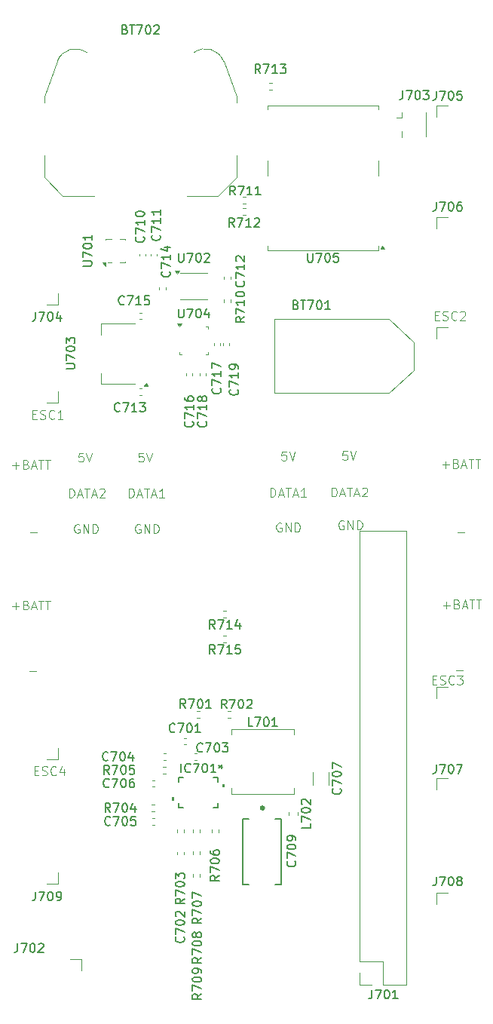
<source format=gbr>
%TF.GenerationSoftware,KiCad,Pcbnew,9.0.2*%
%TF.CreationDate,2025-07-10T20:26:42+02:00*%
%TF.ProjectId,pcb,7063622e-6b69-4636-9164-5f7063625858,rev?*%
%TF.SameCoordinates,Original*%
%TF.FileFunction,Legend,Top*%
%TF.FilePolarity,Positive*%
%FSLAX46Y46*%
G04 Gerber Fmt 4.6, Leading zero omitted, Abs format (unit mm)*
G04 Created by KiCad (PCBNEW 9.0.2) date 2025-07-10 20:26:42*
%MOMM*%
%LPD*%
G01*
G04 APERTURE LIST*
%ADD10C,0.100000*%
%ADD11C,0.150000*%
%ADD12C,0.120000*%
%ADD13C,0.200000*%
%ADD14C,0.127000*%
%ADD15C,0.152400*%
%ADD16C,0.000000*%
G04 APERTURE END LIST*
D10*
X126403884Y-96048609D02*
X126737217Y-96048609D01*
X126880074Y-96572419D02*
X126403884Y-96572419D01*
X126403884Y-96572419D02*
X126403884Y-95572419D01*
X126403884Y-95572419D02*
X126880074Y-95572419D01*
X127261027Y-96524800D02*
X127403884Y-96572419D01*
X127403884Y-96572419D02*
X127641979Y-96572419D01*
X127641979Y-96572419D02*
X127737217Y-96524800D01*
X127737217Y-96524800D02*
X127784836Y-96477180D01*
X127784836Y-96477180D02*
X127832455Y-96381942D01*
X127832455Y-96381942D02*
X127832455Y-96286704D01*
X127832455Y-96286704D02*
X127784836Y-96191466D01*
X127784836Y-96191466D02*
X127737217Y-96143847D01*
X127737217Y-96143847D02*
X127641979Y-96096228D01*
X127641979Y-96096228D02*
X127451503Y-96048609D01*
X127451503Y-96048609D02*
X127356265Y-96000990D01*
X127356265Y-96000990D02*
X127308646Y-95953371D01*
X127308646Y-95953371D02*
X127261027Y-95858133D01*
X127261027Y-95858133D02*
X127261027Y-95762895D01*
X127261027Y-95762895D02*
X127308646Y-95667657D01*
X127308646Y-95667657D02*
X127356265Y-95620038D01*
X127356265Y-95620038D02*
X127451503Y-95572419D01*
X127451503Y-95572419D02*
X127689598Y-95572419D01*
X127689598Y-95572419D02*
X127832455Y-95620038D01*
X128832455Y-96477180D02*
X128784836Y-96524800D01*
X128784836Y-96524800D02*
X128641979Y-96572419D01*
X128641979Y-96572419D02*
X128546741Y-96572419D01*
X128546741Y-96572419D02*
X128403884Y-96524800D01*
X128403884Y-96524800D02*
X128308646Y-96429561D01*
X128308646Y-96429561D02*
X128261027Y-96334323D01*
X128261027Y-96334323D02*
X128213408Y-96143847D01*
X128213408Y-96143847D02*
X128213408Y-96000990D01*
X128213408Y-96000990D02*
X128261027Y-95810514D01*
X128261027Y-95810514D02*
X128308646Y-95715276D01*
X128308646Y-95715276D02*
X128403884Y-95620038D01*
X128403884Y-95620038D02*
X128546741Y-95572419D01*
X128546741Y-95572419D02*
X128641979Y-95572419D01*
X128641979Y-95572419D02*
X128784836Y-95620038D01*
X128784836Y-95620038D02*
X128832455Y-95667657D01*
X129784836Y-96572419D02*
X129213408Y-96572419D01*
X129499122Y-96572419D02*
X129499122Y-95572419D01*
X129499122Y-95572419D02*
X129403884Y-95715276D01*
X129403884Y-95715276D02*
X129308646Y-95810514D01*
X129308646Y-95810514D02*
X129213408Y-95858133D01*
X124103884Y-117591466D02*
X124865789Y-117591466D01*
X124484836Y-117972419D02*
X124484836Y-117210514D01*
X125675312Y-117448609D02*
X125818169Y-117496228D01*
X125818169Y-117496228D02*
X125865788Y-117543847D01*
X125865788Y-117543847D02*
X125913407Y-117639085D01*
X125913407Y-117639085D02*
X125913407Y-117781942D01*
X125913407Y-117781942D02*
X125865788Y-117877180D01*
X125865788Y-117877180D02*
X125818169Y-117924800D01*
X125818169Y-117924800D02*
X125722931Y-117972419D01*
X125722931Y-117972419D02*
X125341979Y-117972419D01*
X125341979Y-117972419D02*
X125341979Y-116972419D01*
X125341979Y-116972419D02*
X125675312Y-116972419D01*
X125675312Y-116972419D02*
X125770550Y-117020038D01*
X125770550Y-117020038D02*
X125818169Y-117067657D01*
X125818169Y-117067657D02*
X125865788Y-117162895D01*
X125865788Y-117162895D02*
X125865788Y-117258133D01*
X125865788Y-117258133D02*
X125818169Y-117353371D01*
X125818169Y-117353371D02*
X125770550Y-117400990D01*
X125770550Y-117400990D02*
X125675312Y-117448609D01*
X125675312Y-117448609D02*
X125341979Y-117448609D01*
X126294360Y-117686704D02*
X126770550Y-117686704D01*
X126199122Y-117972419D02*
X126532455Y-116972419D01*
X126532455Y-116972419D02*
X126865788Y-117972419D01*
X127056265Y-116972419D02*
X127627693Y-116972419D01*
X127341979Y-117972419D02*
X127341979Y-116972419D01*
X127818170Y-116972419D02*
X128389598Y-116972419D01*
X128103884Y-117972419D02*
X128103884Y-116972419D01*
X172403884Y-101691466D02*
X173165789Y-101691466D01*
X172784836Y-102072419D02*
X172784836Y-101310514D01*
X173975312Y-101548609D02*
X174118169Y-101596228D01*
X174118169Y-101596228D02*
X174165788Y-101643847D01*
X174165788Y-101643847D02*
X174213407Y-101739085D01*
X174213407Y-101739085D02*
X174213407Y-101881942D01*
X174213407Y-101881942D02*
X174165788Y-101977180D01*
X174165788Y-101977180D02*
X174118169Y-102024800D01*
X174118169Y-102024800D02*
X174022931Y-102072419D01*
X174022931Y-102072419D02*
X173641979Y-102072419D01*
X173641979Y-102072419D02*
X173641979Y-101072419D01*
X173641979Y-101072419D02*
X173975312Y-101072419D01*
X173975312Y-101072419D02*
X174070550Y-101120038D01*
X174070550Y-101120038D02*
X174118169Y-101167657D01*
X174118169Y-101167657D02*
X174165788Y-101262895D01*
X174165788Y-101262895D02*
X174165788Y-101358133D01*
X174165788Y-101358133D02*
X174118169Y-101453371D01*
X174118169Y-101453371D02*
X174070550Y-101500990D01*
X174070550Y-101500990D02*
X173975312Y-101548609D01*
X173975312Y-101548609D02*
X173641979Y-101548609D01*
X174594360Y-101786704D02*
X175070550Y-101786704D01*
X174499122Y-102072419D02*
X174832455Y-101072419D01*
X174832455Y-101072419D02*
X175165788Y-102072419D01*
X175356265Y-101072419D02*
X175927693Y-101072419D01*
X175641979Y-102072419D02*
X175641979Y-101072419D01*
X176118170Y-101072419D02*
X176689598Y-101072419D01*
X176403884Y-102072419D02*
X176403884Y-101072419D01*
X126603884Y-136048609D02*
X126937217Y-136048609D01*
X127080074Y-136572419D02*
X126603884Y-136572419D01*
X126603884Y-136572419D02*
X126603884Y-135572419D01*
X126603884Y-135572419D02*
X127080074Y-135572419D01*
X127461027Y-136524800D02*
X127603884Y-136572419D01*
X127603884Y-136572419D02*
X127841979Y-136572419D01*
X127841979Y-136572419D02*
X127937217Y-136524800D01*
X127937217Y-136524800D02*
X127984836Y-136477180D01*
X127984836Y-136477180D02*
X128032455Y-136381942D01*
X128032455Y-136381942D02*
X128032455Y-136286704D01*
X128032455Y-136286704D02*
X127984836Y-136191466D01*
X127984836Y-136191466D02*
X127937217Y-136143847D01*
X127937217Y-136143847D02*
X127841979Y-136096228D01*
X127841979Y-136096228D02*
X127651503Y-136048609D01*
X127651503Y-136048609D02*
X127556265Y-136000990D01*
X127556265Y-136000990D02*
X127508646Y-135953371D01*
X127508646Y-135953371D02*
X127461027Y-135858133D01*
X127461027Y-135858133D02*
X127461027Y-135762895D01*
X127461027Y-135762895D02*
X127508646Y-135667657D01*
X127508646Y-135667657D02*
X127556265Y-135620038D01*
X127556265Y-135620038D02*
X127651503Y-135572419D01*
X127651503Y-135572419D02*
X127889598Y-135572419D01*
X127889598Y-135572419D02*
X128032455Y-135620038D01*
X129032455Y-136477180D02*
X128984836Y-136524800D01*
X128984836Y-136524800D02*
X128841979Y-136572419D01*
X128841979Y-136572419D02*
X128746741Y-136572419D01*
X128746741Y-136572419D02*
X128603884Y-136524800D01*
X128603884Y-136524800D02*
X128508646Y-136429561D01*
X128508646Y-136429561D02*
X128461027Y-136334323D01*
X128461027Y-136334323D02*
X128413408Y-136143847D01*
X128413408Y-136143847D02*
X128413408Y-136000990D01*
X128413408Y-136000990D02*
X128461027Y-135810514D01*
X128461027Y-135810514D02*
X128508646Y-135715276D01*
X128508646Y-135715276D02*
X128603884Y-135620038D01*
X128603884Y-135620038D02*
X128746741Y-135572419D01*
X128746741Y-135572419D02*
X128841979Y-135572419D01*
X128841979Y-135572419D02*
X128984836Y-135620038D01*
X128984836Y-135620038D02*
X129032455Y-135667657D01*
X129889598Y-135905752D02*
X129889598Y-136572419D01*
X129651503Y-135524800D02*
X129413408Y-136239085D01*
X129413408Y-136239085D02*
X130032455Y-136239085D01*
X172503884Y-117491466D02*
X173265789Y-117491466D01*
X172884836Y-117872419D02*
X172884836Y-117110514D01*
X174075312Y-117348609D02*
X174218169Y-117396228D01*
X174218169Y-117396228D02*
X174265788Y-117443847D01*
X174265788Y-117443847D02*
X174313407Y-117539085D01*
X174313407Y-117539085D02*
X174313407Y-117681942D01*
X174313407Y-117681942D02*
X174265788Y-117777180D01*
X174265788Y-117777180D02*
X174218169Y-117824800D01*
X174218169Y-117824800D02*
X174122931Y-117872419D01*
X174122931Y-117872419D02*
X173741979Y-117872419D01*
X173741979Y-117872419D02*
X173741979Y-116872419D01*
X173741979Y-116872419D02*
X174075312Y-116872419D01*
X174075312Y-116872419D02*
X174170550Y-116920038D01*
X174170550Y-116920038D02*
X174218169Y-116967657D01*
X174218169Y-116967657D02*
X174265788Y-117062895D01*
X174265788Y-117062895D02*
X174265788Y-117158133D01*
X174265788Y-117158133D02*
X174218169Y-117253371D01*
X174218169Y-117253371D02*
X174170550Y-117300990D01*
X174170550Y-117300990D02*
X174075312Y-117348609D01*
X174075312Y-117348609D02*
X173741979Y-117348609D01*
X174694360Y-117586704D02*
X175170550Y-117586704D01*
X174599122Y-117872419D02*
X174932455Y-116872419D01*
X174932455Y-116872419D02*
X175265788Y-117872419D01*
X175456265Y-116872419D02*
X176027693Y-116872419D01*
X175741979Y-117872419D02*
X175741979Y-116872419D01*
X176218170Y-116872419D02*
X176789598Y-116872419D01*
X176503884Y-117872419D02*
X176503884Y-116872419D01*
X171303884Y-125848609D02*
X171637217Y-125848609D01*
X171780074Y-126372419D02*
X171303884Y-126372419D01*
X171303884Y-126372419D02*
X171303884Y-125372419D01*
X171303884Y-125372419D02*
X171780074Y-125372419D01*
X172161027Y-126324800D02*
X172303884Y-126372419D01*
X172303884Y-126372419D02*
X172541979Y-126372419D01*
X172541979Y-126372419D02*
X172637217Y-126324800D01*
X172637217Y-126324800D02*
X172684836Y-126277180D01*
X172684836Y-126277180D02*
X172732455Y-126181942D01*
X172732455Y-126181942D02*
X172732455Y-126086704D01*
X172732455Y-126086704D02*
X172684836Y-125991466D01*
X172684836Y-125991466D02*
X172637217Y-125943847D01*
X172637217Y-125943847D02*
X172541979Y-125896228D01*
X172541979Y-125896228D02*
X172351503Y-125848609D01*
X172351503Y-125848609D02*
X172256265Y-125800990D01*
X172256265Y-125800990D02*
X172208646Y-125753371D01*
X172208646Y-125753371D02*
X172161027Y-125658133D01*
X172161027Y-125658133D02*
X172161027Y-125562895D01*
X172161027Y-125562895D02*
X172208646Y-125467657D01*
X172208646Y-125467657D02*
X172256265Y-125420038D01*
X172256265Y-125420038D02*
X172351503Y-125372419D01*
X172351503Y-125372419D02*
X172589598Y-125372419D01*
X172589598Y-125372419D02*
X172732455Y-125420038D01*
X173732455Y-126277180D02*
X173684836Y-126324800D01*
X173684836Y-126324800D02*
X173541979Y-126372419D01*
X173541979Y-126372419D02*
X173446741Y-126372419D01*
X173446741Y-126372419D02*
X173303884Y-126324800D01*
X173303884Y-126324800D02*
X173208646Y-126229561D01*
X173208646Y-126229561D02*
X173161027Y-126134323D01*
X173161027Y-126134323D02*
X173113408Y-125943847D01*
X173113408Y-125943847D02*
X173113408Y-125800990D01*
X173113408Y-125800990D02*
X173161027Y-125610514D01*
X173161027Y-125610514D02*
X173208646Y-125515276D01*
X173208646Y-125515276D02*
X173303884Y-125420038D01*
X173303884Y-125420038D02*
X173446741Y-125372419D01*
X173446741Y-125372419D02*
X173541979Y-125372419D01*
X173541979Y-125372419D02*
X173684836Y-125420038D01*
X173684836Y-125420038D02*
X173732455Y-125467657D01*
X174065789Y-125372419D02*
X174684836Y-125372419D01*
X174684836Y-125372419D02*
X174351503Y-125753371D01*
X174351503Y-125753371D02*
X174494360Y-125753371D01*
X174494360Y-125753371D02*
X174589598Y-125800990D01*
X174589598Y-125800990D02*
X174637217Y-125848609D01*
X174637217Y-125848609D02*
X174684836Y-125943847D01*
X174684836Y-125943847D02*
X174684836Y-126181942D01*
X174684836Y-126181942D02*
X174637217Y-126277180D01*
X174637217Y-126277180D02*
X174589598Y-126324800D01*
X174589598Y-126324800D02*
X174494360Y-126372419D01*
X174494360Y-126372419D02*
X174208646Y-126372419D01*
X174208646Y-126372419D02*
X174113408Y-126324800D01*
X174113408Y-126324800D02*
X174065789Y-126277180D01*
X124103884Y-101791466D02*
X124865789Y-101791466D01*
X124484836Y-102172419D02*
X124484836Y-101410514D01*
X125675312Y-101648609D02*
X125818169Y-101696228D01*
X125818169Y-101696228D02*
X125865788Y-101743847D01*
X125865788Y-101743847D02*
X125913407Y-101839085D01*
X125913407Y-101839085D02*
X125913407Y-101981942D01*
X125913407Y-101981942D02*
X125865788Y-102077180D01*
X125865788Y-102077180D02*
X125818169Y-102124800D01*
X125818169Y-102124800D02*
X125722931Y-102172419D01*
X125722931Y-102172419D02*
X125341979Y-102172419D01*
X125341979Y-102172419D02*
X125341979Y-101172419D01*
X125341979Y-101172419D02*
X125675312Y-101172419D01*
X125675312Y-101172419D02*
X125770550Y-101220038D01*
X125770550Y-101220038D02*
X125818169Y-101267657D01*
X125818169Y-101267657D02*
X125865788Y-101362895D01*
X125865788Y-101362895D02*
X125865788Y-101458133D01*
X125865788Y-101458133D02*
X125818169Y-101553371D01*
X125818169Y-101553371D02*
X125770550Y-101600990D01*
X125770550Y-101600990D02*
X125675312Y-101648609D01*
X125675312Y-101648609D02*
X125341979Y-101648609D01*
X126294360Y-101886704D02*
X126770550Y-101886704D01*
X126199122Y-102172419D02*
X126532455Y-101172419D01*
X126532455Y-101172419D02*
X126865788Y-102172419D01*
X127056265Y-101172419D02*
X127627693Y-101172419D01*
X127341979Y-102172419D02*
X127341979Y-101172419D01*
X127818170Y-101172419D02*
X128389598Y-101172419D01*
X128103884Y-102172419D02*
X128103884Y-101172419D01*
X171603884Y-84948609D02*
X171937217Y-84948609D01*
X172080074Y-85472419D02*
X171603884Y-85472419D01*
X171603884Y-85472419D02*
X171603884Y-84472419D01*
X171603884Y-84472419D02*
X172080074Y-84472419D01*
X172461027Y-85424800D02*
X172603884Y-85472419D01*
X172603884Y-85472419D02*
X172841979Y-85472419D01*
X172841979Y-85472419D02*
X172937217Y-85424800D01*
X172937217Y-85424800D02*
X172984836Y-85377180D01*
X172984836Y-85377180D02*
X173032455Y-85281942D01*
X173032455Y-85281942D02*
X173032455Y-85186704D01*
X173032455Y-85186704D02*
X172984836Y-85091466D01*
X172984836Y-85091466D02*
X172937217Y-85043847D01*
X172937217Y-85043847D02*
X172841979Y-84996228D01*
X172841979Y-84996228D02*
X172651503Y-84948609D01*
X172651503Y-84948609D02*
X172556265Y-84900990D01*
X172556265Y-84900990D02*
X172508646Y-84853371D01*
X172508646Y-84853371D02*
X172461027Y-84758133D01*
X172461027Y-84758133D02*
X172461027Y-84662895D01*
X172461027Y-84662895D02*
X172508646Y-84567657D01*
X172508646Y-84567657D02*
X172556265Y-84520038D01*
X172556265Y-84520038D02*
X172651503Y-84472419D01*
X172651503Y-84472419D02*
X172889598Y-84472419D01*
X172889598Y-84472419D02*
X173032455Y-84520038D01*
X174032455Y-85377180D02*
X173984836Y-85424800D01*
X173984836Y-85424800D02*
X173841979Y-85472419D01*
X173841979Y-85472419D02*
X173746741Y-85472419D01*
X173746741Y-85472419D02*
X173603884Y-85424800D01*
X173603884Y-85424800D02*
X173508646Y-85329561D01*
X173508646Y-85329561D02*
X173461027Y-85234323D01*
X173461027Y-85234323D02*
X173413408Y-85043847D01*
X173413408Y-85043847D02*
X173413408Y-84900990D01*
X173413408Y-84900990D02*
X173461027Y-84710514D01*
X173461027Y-84710514D02*
X173508646Y-84615276D01*
X173508646Y-84615276D02*
X173603884Y-84520038D01*
X173603884Y-84520038D02*
X173746741Y-84472419D01*
X173746741Y-84472419D02*
X173841979Y-84472419D01*
X173841979Y-84472419D02*
X173984836Y-84520038D01*
X173984836Y-84520038D02*
X174032455Y-84567657D01*
X174413408Y-84567657D02*
X174461027Y-84520038D01*
X174461027Y-84520038D02*
X174556265Y-84472419D01*
X174556265Y-84472419D02*
X174794360Y-84472419D01*
X174794360Y-84472419D02*
X174889598Y-84520038D01*
X174889598Y-84520038D02*
X174937217Y-84567657D01*
X174937217Y-84567657D02*
X174984836Y-84662895D01*
X174984836Y-84662895D02*
X174984836Y-84758133D01*
X174984836Y-84758133D02*
X174937217Y-84900990D01*
X174937217Y-84900990D02*
X174365789Y-85472419D01*
X174365789Y-85472419D02*
X174984836Y-85472419D01*
D11*
X145480952Y-133859580D02*
X145433333Y-133907200D01*
X145433333Y-133907200D02*
X145290476Y-133954819D01*
X145290476Y-133954819D02*
X145195238Y-133954819D01*
X145195238Y-133954819D02*
X145052381Y-133907200D01*
X145052381Y-133907200D02*
X144957143Y-133811961D01*
X144957143Y-133811961D02*
X144909524Y-133716723D01*
X144909524Y-133716723D02*
X144861905Y-133526247D01*
X144861905Y-133526247D02*
X144861905Y-133383390D01*
X144861905Y-133383390D02*
X144909524Y-133192914D01*
X144909524Y-133192914D02*
X144957143Y-133097676D01*
X144957143Y-133097676D02*
X145052381Y-133002438D01*
X145052381Y-133002438D02*
X145195238Y-132954819D01*
X145195238Y-132954819D02*
X145290476Y-132954819D01*
X145290476Y-132954819D02*
X145433333Y-133002438D01*
X145433333Y-133002438D02*
X145480952Y-133050057D01*
X145814286Y-132954819D02*
X146480952Y-132954819D01*
X146480952Y-132954819D02*
X146052381Y-133954819D01*
X147052381Y-132954819D02*
X147147619Y-132954819D01*
X147147619Y-132954819D02*
X147242857Y-133002438D01*
X147242857Y-133002438D02*
X147290476Y-133050057D01*
X147290476Y-133050057D02*
X147338095Y-133145295D01*
X147338095Y-133145295D02*
X147385714Y-133335771D01*
X147385714Y-133335771D02*
X147385714Y-133573866D01*
X147385714Y-133573866D02*
X147338095Y-133764342D01*
X147338095Y-133764342D02*
X147290476Y-133859580D01*
X147290476Y-133859580D02*
X147242857Y-133907200D01*
X147242857Y-133907200D02*
X147147619Y-133954819D01*
X147147619Y-133954819D02*
X147052381Y-133954819D01*
X147052381Y-133954819D02*
X146957143Y-133907200D01*
X146957143Y-133907200D02*
X146909524Y-133859580D01*
X146909524Y-133859580D02*
X146861905Y-133764342D01*
X146861905Y-133764342D02*
X146814286Y-133573866D01*
X146814286Y-133573866D02*
X146814286Y-133335771D01*
X146814286Y-133335771D02*
X146861905Y-133145295D01*
X146861905Y-133145295D02*
X146909524Y-133050057D01*
X146909524Y-133050057D02*
X146957143Y-133002438D01*
X146957143Y-133002438D02*
X147052381Y-132954819D01*
X147719048Y-132954819D02*
X148338095Y-132954819D01*
X148338095Y-132954819D02*
X148004762Y-133335771D01*
X148004762Y-133335771D02*
X148147619Y-133335771D01*
X148147619Y-133335771D02*
X148242857Y-133383390D01*
X148242857Y-133383390D02*
X148290476Y-133431009D01*
X148290476Y-133431009D02*
X148338095Y-133526247D01*
X148338095Y-133526247D02*
X148338095Y-133764342D01*
X148338095Y-133764342D02*
X148290476Y-133859580D01*
X148290476Y-133859580D02*
X148242857Y-133907200D01*
X148242857Y-133907200D02*
X148147619Y-133954819D01*
X148147619Y-133954819D02*
X147861905Y-133954819D01*
X147861905Y-133954819D02*
X147766667Y-133907200D01*
X147766667Y-133907200D02*
X147719048Y-133859580D01*
X146880952Y-120124819D02*
X146547619Y-119648628D01*
X146309524Y-120124819D02*
X146309524Y-119124819D01*
X146309524Y-119124819D02*
X146690476Y-119124819D01*
X146690476Y-119124819D02*
X146785714Y-119172438D01*
X146785714Y-119172438D02*
X146833333Y-119220057D01*
X146833333Y-119220057D02*
X146880952Y-119315295D01*
X146880952Y-119315295D02*
X146880952Y-119458152D01*
X146880952Y-119458152D02*
X146833333Y-119553390D01*
X146833333Y-119553390D02*
X146785714Y-119601009D01*
X146785714Y-119601009D02*
X146690476Y-119648628D01*
X146690476Y-119648628D02*
X146309524Y-119648628D01*
X147214286Y-119124819D02*
X147880952Y-119124819D01*
X147880952Y-119124819D02*
X147452381Y-120124819D01*
X148785714Y-120124819D02*
X148214286Y-120124819D01*
X148500000Y-120124819D02*
X148500000Y-119124819D01*
X148500000Y-119124819D02*
X148404762Y-119267676D01*
X148404762Y-119267676D02*
X148309524Y-119362914D01*
X148309524Y-119362914D02*
X148214286Y-119410533D01*
X149642857Y-119458152D02*
X149642857Y-120124819D01*
X149404762Y-119077200D02*
X149166667Y-119791485D01*
X149166667Y-119791485D02*
X149785714Y-119791485D01*
X151110952Y-131074819D02*
X150634762Y-131074819D01*
X150634762Y-131074819D02*
X150634762Y-130074819D01*
X151349048Y-130074819D02*
X152015714Y-130074819D01*
X152015714Y-130074819D02*
X151587143Y-131074819D01*
X152587143Y-130074819D02*
X152682381Y-130074819D01*
X152682381Y-130074819D02*
X152777619Y-130122438D01*
X152777619Y-130122438D02*
X152825238Y-130170057D01*
X152825238Y-130170057D02*
X152872857Y-130265295D01*
X152872857Y-130265295D02*
X152920476Y-130455771D01*
X152920476Y-130455771D02*
X152920476Y-130693866D01*
X152920476Y-130693866D02*
X152872857Y-130884342D01*
X152872857Y-130884342D02*
X152825238Y-130979580D01*
X152825238Y-130979580D02*
X152777619Y-131027200D01*
X152777619Y-131027200D02*
X152682381Y-131074819D01*
X152682381Y-131074819D02*
X152587143Y-131074819D01*
X152587143Y-131074819D02*
X152491905Y-131027200D01*
X152491905Y-131027200D02*
X152444286Y-130979580D01*
X152444286Y-130979580D02*
X152396667Y-130884342D01*
X152396667Y-130884342D02*
X152349048Y-130693866D01*
X152349048Y-130693866D02*
X152349048Y-130455771D01*
X152349048Y-130455771D02*
X152396667Y-130265295D01*
X152396667Y-130265295D02*
X152444286Y-130170057D01*
X152444286Y-130170057D02*
X152491905Y-130122438D01*
X152491905Y-130122438D02*
X152587143Y-130074819D01*
X153872857Y-131074819D02*
X153301429Y-131074819D01*
X153587143Y-131074819D02*
X153587143Y-130074819D01*
X153587143Y-130074819D02*
X153491905Y-130217676D01*
X153491905Y-130217676D02*
X153396667Y-130312914D01*
X153396667Y-130312914D02*
X153301429Y-130360533D01*
X134980952Y-136454819D02*
X134647619Y-135978628D01*
X134409524Y-136454819D02*
X134409524Y-135454819D01*
X134409524Y-135454819D02*
X134790476Y-135454819D01*
X134790476Y-135454819D02*
X134885714Y-135502438D01*
X134885714Y-135502438D02*
X134933333Y-135550057D01*
X134933333Y-135550057D02*
X134980952Y-135645295D01*
X134980952Y-135645295D02*
X134980952Y-135788152D01*
X134980952Y-135788152D02*
X134933333Y-135883390D01*
X134933333Y-135883390D02*
X134885714Y-135931009D01*
X134885714Y-135931009D02*
X134790476Y-135978628D01*
X134790476Y-135978628D02*
X134409524Y-135978628D01*
X135314286Y-135454819D02*
X135980952Y-135454819D01*
X135980952Y-135454819D02*
X135552381Y-136454819D01*
X136552381Y-135454819D02*
X136647619Y-135454819D01*
X136647619Y-135454819D02*
X136742857Y-135502438D01*
X136742857Y-135502438D02*
X136790476Y-135550057D01*
X136790476Y-135550057D02*
X136838095Y-135645295D01*
X136838095Y-135645295D02*
X136885714Y-135835771D01*
X136885714Y-135835771D02*
X136885714Y-136073866D01*
X136885714Y-136073866D02*
X136838095Y-136264342D01*
X136838095Y-136264342D02*
X136790476Y-136359580D01*
X136790476Y-136359580D02*
X136742857Y-136407200D01*
X136742857Y-136407200D02*
X136647619Y-136454819D01*
X136647619Y-136454819D02*
X136552381Y-136454819D01*
X136552381Y-136454819D02*
X136457143Y-136407200D01*
X136457143Y-136407200D02*
X136409524Y-136359580D01*
X136409524Y-136359580D02*
X136361905Y-136264342D01*
X136361905Y-136264342D02*
X136314286Y-136073866D01*
X136314286Y-136073866D02*
X136314286Y-135835771D01*
X136314286Y-135835771D02*
X136361905Y-135645295D01*
X136361905Y-135645295D02*
X136409524Y-135550057D01*
X136409524Y-135550057D02*
X136457143Y-135502438D01*
X136457143Y-135502438D02*
X136552381Y-135454819D01*
X137790476Y-135454819D02*
X137314286Y-135454819D01*
X137314286Y-135454819D02*
X137266667Y-135931009D01*
X137266667Y-135931009D02*
X137314286Y-135883390D01*
X137314286Y-135883390D02*
X137409524Y-135835771D01*
X137409524Y-135835771D02*
X137647619Y-135835771D01*
X137647619Y-135835771D02*
X137742857Y-135883390D01*
X137742857Y-135883390D02*
X137790476Y-135931009D01*
X137790476Y-135931009D02*
X137838095Y-136026247D01*
X137838095Y-136026247D02*
X137838095Y-136264342D01*
X137838095Y-136264342D02*
X137790476Y-136359580D01*
X137790476Y-136359580D02*
X137742857Y-136407200D01*
X137742857Y-136407200D02*
X137647619Y-136454819D01*
X137647619Y-136454819D02*
X137409524Y-136454819D01*
X137409524Y-136454819D02*
X137314286Y-136407200D01*
X137314286Y-136407200D02*
X137266667Y-136359580D01*
D10*
X130503884Y-105372419D02*
X130503884Y-104372419D01*
X130503884Y-104372419D02*
X130741979Y-104372419D01*
X130741979Y-104372419D02*
X130884836Y-104420038D01*
X130884836Y-104420038D02*
X130980074Y-104515276D01*
X130980074Y-104515276D02*
X131027693Y-104610514D01*
X131027693Y-104610514D02*
X131075312Y-104800990D01*
X131075312Y-104800990D02*
X131075312Y-104943847D01*
X131075312Y-104943847D02*
X131027693Y-105134323D01*
X131027693Y-105134323D02*
X130980074Y-105229561D01*
X130980074Y-105229561D02*
X130884836Y-105324800D01*
X130884836Y-105324800D02*
X130741979Y-105372419D01*
X130741979Y-105372419D02*
X130503884Y-105372419D01*
X131456265Y-105086704D02*
X131932455Y-105086704D01*
X131361027Y-105372419D02*
X131694360Y-104372419D01*
X131694360Y-104372419D02*
X132027693Y-105372419D01*
X132218170Y-104372419D02*
X132789598Y-104372419D01*
X132503884Y-105372419D02*
X132503884Y-104372419D01*
X133075313Y-105086704D02*
X133551503Y-105086704D01*
X132980075Y-105372419D02*
X133313408Y-104372419D01*
X133313408Y-104372419D02*
X133646741Y-105372419D01*
X133932456Y-104467657D02*
X133980075Y-104420038D01*
X133980075Y-104420038D02*
X134075313Y-104372419D01*
X134075313Y-104372419D02*
X134313408Y-104372419D01*
X134313408Y-104372419D02*
X134408646Y-104420038D01*
X134408646Y-104420038D02*
X134456265Y-104467657D01*
X134456265Y-104467657D02*
X134503884Y-104562895D01*
X134503884Y-104562895D02*
X134503884Y-104658133D01*
X134503884Y-104658133D02*
X134456265Y-104800990D01*
X134456265Y-104800990D02*
X133884837Y-105372419D01*
X133884837Y-105372419D02*
X134503884Y-105372419D01*
X132080074Y-100372419D02*
X131603884Y-100372419D01*
X131603884Y-100372419D02*
X131556265Y-100848609D01*
X131556265Y-100848609D02*
X131603884Y-100800990D01*
X131603884Y-100800990D02*
X131699122Y-100753371D01*
X131699122Y-100753371D02*
X131937217Y-100753371D01*
X131937217Y-100753371D02*
X132032455Y-100800990D01*
X132032455Y-100800990D02*
X132080074Y-100848609D01*
X132080074Y-100848609D02*
X132127693Y-100943847D01*
X132127693Y-100943847D02*
X132127693Y-101181942D01*
X132127693Y-101181942D02*
X132080074Y-101277180D01*
X132080074Y-101277180D02*
X132032455Y-101324800D01*
X132032455Y-101324800D02*
X131937217Y-101372419D01*
X131937217Y-101372419D02*
X131699122Y-101372419D01*
X131699122Y-101372419D02*
X131603884Y-101324800D01*
X131603884Y-101324800D02*
X131556265Y-101277180D01*
X132413408Y-100372419D02*
X132746741Y-101372419D01*
X132746741Y-101372419D02*
X133080074Y-100372419D01*
X131627693Y-108420038D02*
X131532455Y-108372419D01*
X131532455Y-108372419D02*
X131389598Y-108372419D01*
X131389598Y-108372419D02*
X131246741Y-108420038D01*
X131246741Y-108420038D02*
X131151503Y-108515276D01*
X131151503Y-108515276D02*
X131103884Y-108610514D01*
X131103884Y-108610514D02*
X131056265Y-108800990D01*
X131056265Y-108800990D02*
X131056265Y-108943847D01*
X131056265Y-108943847D02*
X131103884Y-109134323D01*
X131103884Y-109134323D02*
X131151503Y-109229561D01*
X131151503Y-109229561D02*
X131246741Y-109324800D01*
X131246741Y-109324800D02*
X131389598Y-109372419D01*
X131389598Y-109372419D02*
X131484836Y-109372419D01*
X131484836Y-109372419D02*
X131627693Y-109324800D01*
X131627693Y-109324800D02*
X131675312Y-109277180D01*
X131675312Y-109277180D02*
X131675312Y-108943847D01*
X131675312Y-108943847D02*
X131484836Y-108943847D01*
X132103884Y-109372419D02*
X132103884Y-108372419D01*
X132103884Y-108372419D02*
X132675312Y-109372419D01*
X132675312Y-109372419D02*
X132675312Y-108372419D01*
X133151503Y-109372419D02*
X133151503Y-108372419D01*
X133151503Y-108372419D02*
X133389598Y-108372419D01*
X133389598Y-108372419D02*
X133532455Y-108420038D01*
X133532455Y-108420038D02*
X133627693Y-108515276D01*
X133627693Y-108515276D02*
X133675312Y-108610514D01*
X133675312Y-108610514D02*
X133722931Y-108800990D01*
X133722931Y-108800990D02*
X133722931Y-108943847D01*
X133722931Y-108943847D02*
X133675312Y-109134323D01*
X133675312Y-109134323D02*
X133627693Y-109229561D01*
X133627693Y-109229561D02*
X133532455Y-109324800D01*
X133532455Y-109324800D02*
X133389598Y-109372419D01*
X133389598Y-109372419D02*
X133151503Y-109372419D01*
D11*
X143580952Y-129034819D02*
X143247619Y-128558628D01*
X143009524Y-129034819D02*
X143009524Y-128034819D01*
X143009524Y-128034819D02*
X143390476Y-128034819D01*
X143390476Y-128034819D02*
X143485714Y-128082438D01*
X143485714Y-128082438D02*
X143533333Y-128130057D01*
X143533333Y-128130057D02*
X143580952Y-128225295D01*
X143580952Y-128225295D02*
X143580952Y-128368152D01*
X143580952Y-128368152D02*
X143533333Y-128463390D01*
X143533333Y-128463390D02*
X143485714Y-128511009D01*
X143485714Y-128511009D02*
X143390476Y-128558628D01*
X143390476Y-128558628D02*
X143009524Y-128558628D01*
X143914286Y-128034819D02*
X144580952Y-128034819D01*
X144580952Y-128034819D02*
X144152381Y-129034819D01*
X145152381Y-128034819D02*
X145247619Y-128034819D01*
X145247619Y-128034819D02*
X145342857Y-128082438D01*
X145342857Y-128082438D02*
X145390476Y-128130057D01*
X145390476Y-128130057D02*
X145438095Y-128225295D01*
X145438095Y-128225295D02*
X145485714Y-128415771D01*
X145485714Y-128415771D02*
X145485714Y-128653866D01*
X145485714Y-128653866D02*
X145438095Y-128844342D01*
X145438095Y-128844342D02*
X145390476Y-128939580D01*
X145390476Y-128939580D02*
X145342857Y-128987200D01*
X145342857Y-128987200D02*
X145247619Y-129034819D01*
X145247619Y-129034819D02*
X145152381Y-129034819D01*
X145152381Y-129034819D02*
X145057143Y-128987200D01*
X145057143Y-128987200D02*
X145009524Y-128939580D01*
X145009524Y-128939580D02*
X144961905Y-128844342D01*
X144961905Y-128844342D02*
X144914286Y-128653866D01*
X144914286Y-128653866D02*
X144914286Y-128415771D01*
X144914286Y-128415771D02*
X144961905Y-128225295D01*
X144961905Y-128225295D02*
X145009524Y-128130057D01*
X145009524Y-128130057D02*
X145057143Y-128082438D01*
X145057143Y-128082438D02*
X145152381Y-128034819D01*
X146438095Y-129034819D02*
X145866667Y-129034819D01*
X146152381Y-129034819D02*
X146152381Y-128034819D01*
X146152381Y-128034819D02*
X146057143Y-128177676D01*
X146057143Y-128177676D02*
X145961905Y-128272914D01*
X145961905Y-128272914D02*
X145866667Y-128320533D01*
D10*
X126796115Y-124858533D02*
X126034211Y-124858533D01*
X126896115Y-109308533D02*
X126134211Y-109308533D01*
X153103884Y-105322419D02*
X153103884Y-104322419D01*
X153103884Y-104322419D02*
X153341979Y-104322419D01*
X153341979Y-104322419D02*
X153484836Y-104370038D01*
X153484836Y-104370038D02*
X153580074Y-104465276D01*
X153580074Y-104465276D02*
X153627693Y-104560514D01*
X153627693Y-104560514D02*
X153675312Y-104750990D01*
X153675312Y-104750990D02*
X153675312Y-104893847D01*
X153675312Y-104893847D02*
X153627693Y-105084323D01*
X153627693Y-105084323D02*
X153580074Y-105179561D01*
X153580074Y-105179561D02*
X153484836Y-105274800D01*
X153484836Y-105274800D02*
X153341979Y-105322419D01*
X153341979Y-105322419D02*
X153103884Y-105322419D01*
X154056265Y-105036704D02*
X154532455Y-105036704D01*
X153961027Y-105322419D02*
X154294360Y-104322419D01*
X154294360Y-104322419D02*
X154627693Y-105322419D01*
X154818170Y-104322419D02*
X155389598Y-104322419D01*
X155103884Y-105322419D02*
X155103884Y-104322419D01*
X155675313Y-105036704D02*
X156151503Y-105036704D01*
X155580075Y-105322419D02*
X155913408Y-104322419D01*
X155913408Y-104322419D02*
X156246741Y-105322419D01*
X157103884Y-105322419D02*
X156532456Y-105322419D01*
X156818170Y-105322419D02*
X156818170Y-104322419D01*
X156818170Y-104322419D02*
X156722932Y-104465276D01*
X156722932Y-104465276D02*
X156627694Y-104560514D01*
X156627694Y-104560514D02*
X156532456Y-104608133D01*
X154327693Y-108270038D02*
X154232455Y-108222419D01*
X154232455Y-108222419D02*
X154089598Y-108222419D01*
X154089598Y-108222419D02*
X153946741Y-108270038D01*
X153946741Y-108270038D02*
X153851503Y-108365276D01*
X153851503Y-108365276D02*
X153803884Y-108460514D01*
X153803884Y-108460514D02*
X153756265Y-108650990D01*
X153756265Y-108650990D02*
X153756265Y-108793847D01*
X153756265Y-108793847D02*
X153803884Y-108984323D01*
X153803884Y-108984323D02*
X153851503Y-109079561D01*
X153851503Y-109079561D02*
X153946741Y-109174800D01*
X153946741Y-109174800D02*
X154089598Y-109222419D01*
X154089598Y-109222419D02*
X154184836Y-109222419D01*
X154184836Y-109222419D02*
X154327693Y-109174800D01*
X154327693Y-109174800D02*
X154375312Y-109127180D01*
X154375312Y-109127180D02*
X154375312Y-108793847D01*
X154375312Y-108793847D02*
X154184836Y-108793847D01*
X154803884Y-109222419D02*
X154803884Y-108222419D01*
X154803884Y-108222419D02*
X155375312Y-109222419D01*
X155375312Y-109222419D02*
X155375312Y-108222419D01*
X155851503Y-109222419D02*
X155851503Y-108222419D01*
X155851503Y-108222419D02*
X156089598Y-108222419D01*
X156089598Y-108222419D02*
X156232455Y-108270038D01*
X156232455Y-108270038D02*
X156327693Y-108365276D01*
X156327693Y-108365276D02*
X156375312Y-108460514D01*
X156375312Y-108460514D02*
X156422931Y-108650990D01*
X156422931Y-108650990D02*
X156422931Y-108793847D01*
X156422931Y-108793847D02*
X156375312Y-108984323D01*
X156375312Y-108984323D02*
X156327693Y-109079561D01*
X156327693Y-109079561D02*
X156232455Y-109174800D01*
X156232455Y-109174800D02*
X156089598Y-109222419D01*
X156089598Y-109222419D02*
X155851503Y-109222419D01*
X154880074Y-100222419D02*
X154403884Y-100222419D01*
X154403884Y-100222419D02*
X154356265Y-100698609D01*
X154356265Y-100698609D02*
X154403884Y-100650990D01*
X154403884Y-100650990D02*
X154499122Y-100603371D01*
X154499122Y-100603371D02*
X154737217Y-100603371D01*
X154737217Y-100603371D02*
X154832455Y-100650990D01*
X154832455Y-100650990D02*
X154880074Y-100698609D01*
X154880074Y-100698609D02*
X154927693Y-100793847D01*
X154927693Y-100793847D02*
X154927693Y-101031942D01*
X154927693Y-101031942D02*
X154880074Y-101127180D01*
X154880074Y-101127180D02*
X154832455Y-101174800D01*
X154832455Y-101174800D02*
X154737217Y-101222419D01*
X154737217Y-101222419D02*
X154499122Y-101222419D01*
X154499122Y-101222419D02*
X154403884Y-101174800D01*
X154403884Y-101174800D02*
X154356265Y-101127180D01*
X155213408Y-100222419D02*
X155546741Y-101222419D01*
X155546741Y-101222419D02*
X155880074Y-100222419D01*
D11*
X171714285Y-72204819D02*
X171714285Y-72919104D01*
X171714285Y-72919104D02*
X171666666Y-73061961D01*
X171666666Y-73061961D02*
X171571428Y-73157200D01*
X171571428Y-73157200D02*
X171428571Y-73204819D01*
X171428571Y-73204819D02*
X171333333Y-73204819D01*
X172095238Y-72204819D02*
X172761904Y-72204819D01*
X172761904Y-72204819D02*
X172333333Y-73204819D01*
X173333333Y-72204819D02*
X173428571Y-72204819D01*
X173428571Y-72204819D02*
X173523809Y-72252438D01*
X173523809Y-72252438D02*
X173571428Y-72300057D01*
X173571428Y-72300057D02*
X173619047Y-72395295D01*
X173619047Y-72395295D02*
X173666666Y-72585771D01*
X173666666Y-72585771D02*
X173666666Y-72823866D01*
X173666666Y-72823866D02*
X173619047Y-73014342D01*
X173619047Y-73014342D02*
X173571428Y-73109580D01*
X173571428Y-73109580D02*
X173523809Y-73157200D01*
X173523809Y-73157200D02*
X173428571Y-73204819D01*
X173428571Y-73204819D02*
X173333333Y-73204819D01*
X173333333Y-73204819D02*
X173238095Y-73157200D01*
X173238095Y-73157200D02*
X173190476Y-73109580D01*
X173190476Y-73109580D02*
X173142857Y-73014342D01*
X173142857Y-73014342D02*
X173095238Y-72823866D01*
X173095238Y-72823866D02*
X173095238Y-72585771D01*
X173095238Y-72585771D02*
X173142857Y-72395295D01*
X173142857Y-72395295D02*
X173190476Y-72300057D01*
X173190476Y-72300057D02*
X173238095Y-72252438D01*
X173238095Y-72252438D02*
X173333333Y-72204819D01*
X174523809Y-72204819D02*
X174333333Y-72204819D01*
X174333333Y-72204819D02*
X174238095Y-72252438D01*
X174238095Y-72252438D02*
X174190476Y-72300057D01*
X174190476Y-72300057D02*
X174095238Y-72442914D01*
X174095238Y-72442914D02*
X174047619Y-72633390D01*
X174047619Y-72633390D02*
X174047619Y-73014342D01*
X174047619Y-73014342D02*
X174095238Y-73109580D01*
X174095238Y-73109580D02*
X174142857Y-73157200D01*
X174142857Y-73157200D02*
X174238095Y-73204819D01*
X174238095Y-73204819D02*
X174428571Y-73204819D01*
X174428571Y-73204819D02*
X174523809Y-73157200D01*
X174523809Y-73157200D02*
X174571428Y-73109580D01*
X174571428Y-73109580D02*
X174619047Y-73014342D01*
X174619047Y-73014342D02*
X174619047Y-72776247D01*
X174619047Y-72776247D02*
X174571428Y-72681009D01*
X174571428Y-72681009D02*
X174523809Y-72633390D01*
X174523809Y-72633390D02*
X174428571Y-72585771D01*
X174428571Y-72585771D02*
X174238095Y-72585771D01*
X174238095Y-72585771D02*
X174142857Y-72633390D01*
X174142857Y-72633390D02*
X174095238Y-72681009D01*
X174095238Y-72681009D02*
X174047619Y-72776247D01*
X145354819Y-161119047D02*
X144878628Y-161452380D01*
X145354819Y-161690475D02*
X144354819Y-161690475D01*
X144354819Y-161690475D02*
X144354819Y-161309523D01*
X144354819Y-161309523D02*
X144402438Y-161214285D01*
X144402438Y-161214285D02*
X144450057Y-161166666D01*
X144450057Y-161166666D02*
X144545295Y-161119047D01*
X144545295Y-161119047D02*
X144688152Y-161119047D01*
X144688152Y-161119047D02*
X144783390Y-161166666D01*
X144783390Y-161166666D02*
X144831009Y-161214285D01*
X144831009Y-161214285D02*
X144878628Y-161309523D01*
X144878628Y-161309523D02*
X144878628Y-161690475D01*
X144354819Y-160785713D02*
X144354819Y-160119047D01*
X144354819Y-160119047D02*
X145354819Y-160547618D01*
X144354819Y-159547618D02*
X144354819Y-159452380D01*
X144354819Y-159452380D02*
X144402438Y-159357142D01*
X144402438Y-159357142D02*
X144450057Y-159309523D01*
X144450057Y-159309523D02*
X144545295Y-159261904D01*
X144545295Y-159261904D02*
X144735771Y-159214285D01*
X144735771Y-159214285D02*
X144973866Y-159214285D01*
X144973866Y-159214285D02*
X145164342Y-159261904D01*
X145164342Y-159261904D02*
X145259580Y-159309523D01*
X145259580Y-159309523D02*
X145307200Y-159357142D01*
X145307200Y-159357142D02*
X145354819Y-159452380D01*
X145354819Y-159452380D02*
X145354819Y-159547618D01*
X145354819Y-159547618D02*
X145307200Y-159642856D01*
X145307200Y-159642856D02*
X145259580Y-159690475D01*
X145259580Y-159690475D02*
X145164342Y-159738094D01*
X145164342Y-159738094D02*
X144973866Y-159785713D01*
X144973866Y-159785713D02*
X144735771Y-159785713D01*
X144735771Y-159785713D02*
X144545295Y-159738094D01*
X144545295Y-159738094D02*
X144450057Y-159690475D01*
X144450057Y-159690475D02*
X144402438Y-159642856D01*
X144402438Y-159642856D02*
X144354819Y-159547618D01*
X145354819Y-158738094D02*
X145354819Y-158547618D01*
X145354819Y-158547618D02*
X145307200Y-158452380D01*
X145307200Y-158452380D02*
X145259580Y-158404761D01*
X145259580Y-158404761D02*
X145116723Y-158309523D01*
X145116723Y-158309523D02*
X144926247Y-158261904D01*
X144926247Y-158261904D02*
X144545295Y-158261904D01*
X144545295Y-158261904D02*
X144450057Y-158309523D01*
X144450057Y-158309523D02*
X144402438Y-158357142D01*
X144402438Y-158357142D02*
X144354819Y-158452380D01*
X144354819Y-158452380D02*
X144354819Y-158642856D01*
X144354819Y-158642856D02*
X144402438Y-158738094D01*
X144402438Y-158738094D02*
X144450057Y-158785713D01*
X144450057Y-158785713D02*
X144545295Y-158833332D01*
X144545295Y-158833332D02*
X144783390Y-158833332D01*
X144783390Y-158833332D02*
X144878628Y-158785713D01*
X144878628Y-158785713D02*
X144926247Y-158738094D01*
X144926247Y-158738094D02*
X144973866Y-158642856D01*
X144973866Y-158642856D02*
X144973866Y-158452380D01*
X144973866Y-158452380D02*
X144926247Y-158357142D01*
X144926247Y-158357142D02*
X144878628Y-158309523D01*
X144878628Y-158309523D02*
X144783390Y-158261904D01*
X160959580Y-138069047D02*
X161007200Y-138116666D01*
X161007200Y-138116666D02*
X161054819Y-138259523D01*
X161054819Y-138259523D02*
X161054819Y-138354761D01*
X161054819Y-138354761D02*
X161007200Y-138497618D01*
X161007200Y-138497618D02*
X160911961Y-138592856D01*
X160911961Y-138592856D02*
X160816723Y-138640475D01*
X160816723Y-138640475D02*
X160626247Y-138688094D01*
X160626247Y-138688094D02*
X160483390Y-138688094D01*
X160483390Y-138688094D02*
X160292914Y-138640475D01*
X160292914Y-138640475D02*
X160197676Y-138592856D01*
X160197676Y-138592856D02*
X160102438Y-138497618D01*
X160102438Y-138497618D02*
X160054819Y-138354761D01*
X160054819Y-138354761D02*
X160054819Y-138259523D01*
X160054819Y-138259523D02*
X160102438Y-138116666D01*
X160102438Y-138116666D02*
X160150057Y-138069047D01*
X160054819Y-137735713D02*
X160054819Y-137069047D01*
X160054819Y-137069047D02*
X161054819Y-137497618D01*
X160054819Y-136497618D02*
X160054819Y-136402380D01*
X160054819Y-136402380D02*
X160102438Y-136307142D01*
X160102438Y-136307142D02*
X160150057Y-136259523D01*
X160150057Y-136259523D02*
X160245295Y-136211904D01*
X160245295Y-136211904D02*
X160435771Y-136164285D01*
X160435771Y-136164285D02*
X160673866Y-136164285D01*
X160673866Y-136164285D02*
X160864342Y-136211904D01*
X160864342Y-136211904D02*
X160959580Y-136259523D01*
X160959580Y-136259523D02*
X161007200Y-136307142D01*
X161007200Y-136307142D02*
X161054819Y-136402380D01*
X161054819Y-136402380D02*
X161054819Y-136497618D01*
X161054819Y-136497618D02*
X161007200Y-136592856D01*
X161007200Y-136592856D02*
X160959580Y-136640475D01*
X160959580Y-136640475D02*
X160864342Y-136688094D01*
X160864342Y-136688094D02*
X160673866Y-136735713D01*
X160673866Y-136735713D02*
X160435771Y-136735713D01*
X160435771Y-136735713D02*
X160245295Y-136688094D01*
X160245295Y-136688094D02*
X160150057Y-136640475D01*
X160150057Y-136640475D02*
X160102438Y-136592856D01*
X160102438Y-136592856D02*
X160054819Y-136497618D01*
X160054819Y-135830951D02*
X160054819Y-135164285D01*
X160054819Y-135164285D02*
X161054819Y-135592856D01*
X157285714Y-77954819D02*
X157285714Y-78764342D01*
X157285714Y-78764342D02*
X157333333Y-78859580D01*
X157333333Y-78859580D02*
X157380952Y-78907200D01*
X157380952Y-78907200D02*
X157476190Y-78954819D01*
X157476190Y-78954819D02*
X157666666Y-78954819D01*
X157666666Y-78954819D02*
X157761904Y-78907200D01*
X157761904Y-78907200D02*
X157809523Y-78859580D01*
X157809523Y-78859580D02*
X157857142Y-78764342D01*
X157857142Y-78764342D02*
X157857142Y-77954819D01*
X158238095Y-77954819D02*
X158904761Y-77954819D01*
X158904761Y-77954819D02*
X158476190Y-78954819D01*
X159476190Y-77954819D02*
X159571428Y-77954819D01*
X159571428Y-77954819D02*
X159666666Y-78002438D01*
X159666666Y-78002438D02*
X159714285Y-78050057D01*
X159714285Y-78050057D02*
X159761904Y-78145295D01*
X159761904Y-78145295D02*
X159809523Y-78335771D01*
X159809523Y-78335771D02*
X159809523Y-78573866D01*
X159809523Y-78573866D02*
X159761904Y-78764342D01*
X159761904Y-78764342D02*
X159714285Y-78859580D01*
X159714285Y-78859580D02*
X159666666Y-78907200D01*
X159666666Y-78907200D02*
X159571428Y-78954819D01*
X159571428Y-78954819D02*
X159476190Y-78954819D01*
X159476190Y-78954819D02*
X159380952Y-78907200D01*
X159380952Y-78907200D02*
X159333333Y-78859580D01*
X159333333Y-78859580D02*
X159285714Y-78764342D01*
X159285714Y-78764342D02*
X159238095Y-78573866D01*
X159238095Y-78573866D02*
X159238095Y-78335771D01*
X159238095Y-78335771D02*
X159285714Y-78145295D01*
X159285714Y-78145295D02*
X159333333Y-78050057D01*
X159333333Y-78050057D02*
X159380952Y-78002438D01*
X159380952Y-78002438D02*
X159476190Y-77954819D01*
X160714285Y-77954819D02*
X160238095Y-77954819D01*
X160238095Y-77954819D02*
X160190476Y-78431009D01*
X160190476Y-78431009D02*
X160238095Y-78383390D01*
X160238095Y-78383390D02*
X160333333Y-78335771D01*
X160333333Y-78335771D02*
X160571428Y-78335771D01*
X160571428Y-78335771D02*
X160666666Y-78383390D01*
X160666666Y-78383390D02*
X160714285Y-78431009D01*
X160714285Y-78431009D02*
X160761904Y-78526247D01*
X160761904Y-78526247D02*
X160761904Y-78764342D01*
X160761904Y-78764342D02*
X160714285Y-78859580D01*
X160714285Y-78859580D02*
X160666666Y-78907200D01*
X160666666Y-78907200D02*
X160571428Y-78954819D01*
X160571428Y-78954819D02*
X160333333Y-78954819D01*
X160333333Y-78954819D02*
X160238095Y-78907200D01*
X160238095Y-78907200D02*
X160190476Y-78859580D01*
X135130952Y-142109580D02*
X135083333Y-142157200D01*
X135083333Y-142157200D02*
X134940476Y-142204819D01*
X134940476Y-142204819D02*
X134845238Y-142204819D01*
X134845238Y-142204819D02*
X134702381Y-142157200D01*
X134702381Y-142157200D02*
X134607143Y-142061961D01*
X134607143Y-142061961D02*
X134559524Y-141966723D01*
X134559524Y-141966723D02*
X134511905Y-141776247D01*
X134511905Y-141776247D02*
X134511905Y-141633390D01*
X134511905Y-141633390D02*
X134559524Y-141442914D01*
X134559524Y-141442914D02*
X134607143Y-141347676D01*
X134607143Y-141347676D02*
X134702381Y-141252438D01*
X134702381Y-141252438D02*
X134845238Y-141204819D01*
X134845238Y-141204819D02*
X134940476Y-141204819D01*
X134940476Y-141204819D02*
X135083333Y-141252438D01*
X135083333Y-141252438D02*
X135130952Y-141300057D01*
X135464286Y-141204819D02*
X136130952Y-141204819D01*
X136130952Y-141204819D02*
X135702381Y-142204819D01*
X136702381Y-141204819D02*
X136797619Y-141204819D01*
X136797619Y-141204819D02*
X136892857Y-141252438D01*
X136892857Y-141252438D02*
X136940476Y-141300057D01*
X136940476Y-141300057D02*
X136988095Y-141395295D01*
X136988095Y-141395295D02*
X137035714Y-141585771D01*
X137035714Y-141585771D02*
X137035714Y-141823866D01*
X137035714Y-141823866D02*
X136988095Y-142014342D01*
X136988095Y-142014342D02*
X136940476Y-142109580D01*
X136940476Y-142109580D02*
X136892857Y-142157200D01*
X136892857Y-142157200D02*
X136797619Y-142204819D01*
X136797619Y-142204819D02*
X136702381Y-142204819D01*
X136702381Y-142204819D02*
X136607143Y-142157200D01*
X136607143Y-142157200D02*
X136559524Y-142109580D01*
X136559524Y-142109580D02*
X136511905Y-142014342D01*
X136511905Y-142014342D02*
X136464286Y-141823866D01*
X136464286Y-141823866D02*
X136464286Y-141585771D01*
X136464286Y-141585771D02*
X136511905Y-141395295D01*
X136511905Y-141395295D02*
X136559524Y-141300057D01*
X136559524Y-141300057D02*
X136607143Y-141252438D01*
X136607143Y-141252438D02*
X136702381Y-141204819D01*
X137940476Y-141204819D02*
X137464286Y-141204819D01*
X137464286Y-141204819D02*
X137416667Y-141681009D01*
X137416667Y-141681009D02*
X137464286Y-141633390D01*
X137464286Y-141633390D02*
X137559524Y-141585771D01*
X137559524Y-141585771D02*
X137797619Y-141585771D01*
X137797619Y-141585771D02*
X137892857Y-141633390D01*
X137892857Y-141633390D02*
X137940476Y-141681009D01*
X137940476Y-141681009D02*
X137988095Y-141776247D01*
X137988095Y-141776247D02*
X137988095Y-142014342D01*
X137988095Y-142014342D02*
X137940476Y-142109580D01*
X137940476Y-142109580D02*
X137892857Y-142157200D01*
X137892857Y-142157200D02*
X137797619Y-142204819D01*
X137797619Y-142204819D02*
X137559524Y-142204819D01*
X137559524Y-142204819D02*
X137464286Y-142157200D01*
X137464286Y-142157200D02*
X137416667Y-142109580D01*
X136180952Y-95659580D02*
X136133333Y-95707200D01*
X136133333Y-95707200D02*
X135990476Y-95754819D01*
X135990476Y-95754819D02*
X135895238Y-95754819D01*
X135895238Y-95754819D02*
X135752381Y-95707200D01*
X135752381Y-95707200D02*
X135657143Y-95611961D01*
X135657143Y-95611961D02*
X135609524Y-95516723D01*
X135609524Y-95516723D02*
X135561905Y-95326247D01*
X135561905Y-95326247D02*
X135561905Y-95183390D01*
X135561905Y-95183390D02*
X135609524Y-94992914D01*
X135609524Y-94992914D02*
X135657143Y-94897676D01*
X135657143Y-94897676D02*
X135752381Y-94802438D01*
X135752381Y-94802438D02*
X135895238Y-94754819D01*
X135895238Y-94754819D02*
X135990476Y-94754819D01*
X135990476Y-94754819D02*
X136133333Y-94802438D01*
X136133333Y-94802438D02*
X136180952Y-94850057D01*
X136514286Y-94754819D02*
X137180952Y-94754819D01*
X137180952Y-94754819D02*
X136752381Y-95754819D01*
X138085714Y-95754819D02*
X137514286Y-95754819D01*
X137800000Y-95754819D02*
X137800000Y-94754819D01*
X137800000Y-94754819D02*
X137704762Y-94897676D01*
X137704762Y-94897676D02*
X137609524Y-94992914D01*
X137609524Y-94992914D02*
X137514286Y-95040533D01*
X138419048Y-94754819D02*
X139038095Y-94754819D01*
X139038095Y-94754819D02*
X138704762Y-95135771D01*
X138704762Y-95135771D02*
X138847619Y-95135771D01*
X138847619Y-95135771D02*
X138942857Y-95183390D01*
X138942857Y-95183390D02*
X138990476Y-95231009D01*
X138990476Y-95231009D02*
X139038095Y-95326247D01*
X139038095Y-95326247D02*
X139038095Y-95564342D01*
X139038095Y-95564342D02*
X138990476Y-95659580D01*
X138990476Y-95659580D02*
X138942857Y-95707200D01*
X138942857Y-95707200D02*
X138847619Y-95754819D01*
X138847619Y-95754819D02*
X138561905Y-95754819D01*
X138561905Y-95754819D02*
X138466667Y-95707200D01*
X138466667Y-95707200D02*
X138419048Y-95659580D01*
X145354819Y-157069047D02*
X144878628Y-157402380D01*
X145354819Y-157640475D02*
X144354819Y-157640475D01*
X144354819Y-157640475D02*
X144354819Y-157259523D01*
X144354819Y-157259523D02*
X144402438Y-157164285D01*
X144402438Y-157164285D02*
X144450057Y-157116666D01*
X144450057Y-157116666D02*
X144545295Y-157069047D01*
X144545295Y-157069047D02*
X144688152Y-157069047D01*
X144688152Y-157069047D02*
X144783390Y-157116666D01*
X144783390Y-157116666D02*
X144831009Y-157164285D01*
X144831009Y-157164285D02*
X144878628Y-157259523D01*
X144878628Y-157259523D02*
X144878628Y-157640475D01*
X144354819Y-156735713D02*
X144354819Y-156069047D01*
X144354819Y-156069047D02*
X145354819Y-156497618D01*
X144354819Y-155497618D02*
X144354819Y-155402380D01*
X144354819Y-155402380D02*
X144402438Y-155307142D01*
X144402438Y-155307142D02*
X144450057Y-155259523D01*
X144450057Y-155259523D02*
X144545295Y-155211904D01*
X144545295Y-155211904D02*
X144735771Y-155164285D01*
X144735771Y-155164285D02*
X144973866Y-155164285D01*
X144973866Y-155164285D02*
X145164342Y-155211904D01*
X145164342Y-155211904D02*
X145259580Y-155259523D01*
X145259580Y-155259523D02*
X145307200Y-155307142D01*
X145307200Y-155307142D02*
X145354819Y-155402380D01*
X145354819Y-155402380D02*
X145354819Y-155497618D01*
X145354819Y-155497618D02*
X145307200Y-155592856D01*
X145307200Y-155592856D02*
X145259580Y-155640475D01*
X145259580Y-155640475D02*
X145164342Y-155688094D01*
X145164342Y-155688094D02*
X144973866Y-155735713D01*
X144973866Y-155735713D02*
X144735771Y-155735713D01*
X144735771Y-155735713D02*
X144545295Y-155688094D01*
X144545295Y-155688094D02*
X144450057Y-155640475D01*
X144450057Y-155640475D02*
X144402438Y-155592856D01*
X144402438Y-155592856D02*
X144354819Y-155497618D01*
X144783390Y-154592856D02*
X144735771Y-154688094D01*
X144735771Y-154688094D02*
X144688152Y-154735713D01*
X144688152Y-154735713D02*
X144592914Y-154783332D01*
X144592914Y-154783332D02*
X144545295Y-154783332D01*
X144545295Y-154783332D02*
X144450057Y-154735713D01*
X144450057Y-154735713D02*
X144402438Y-154688094D01*
X144402438Y-154688094D02*
X144354819Y-154592856D01*
X144354819Y-154592856D02*
X144354819Y-154402380D01*
X144354819Y-154402380D02*
X144402438Y-154307142D01*
X144402438Y-154307142D02*
X144450057Y-154259523D01*
X144450057Y-154259523D02*
X144545295Y-154211904D01*
X144545295Y-154211904D02*
X144592914Y-154211904D01*
X144592914Y-154211904D02*
X144688152Y-154259523D01*
X144688152Y-154259523D02*
X144735771Y-154307142D01*
X144735771Y-154307142D02*
X144783390Y-154402380D01*
X144783390Y-154402380D02*
X144783390Y-154592856D01*
X144783390Y-154592856D02*
X144831009Y-154688094D01*
X144831009Y-154688094D02*
X144878628Y-154735713D01*
X144878628Y-154735713D02*
X144973866Y-154783332D01*
X144973866Y-154783332D02*
X145164342Y-154783332D01*
X145164342Y-154783332D02*
X145259580Y-154735713D01*
X145259580Y-154735713D02*
X145307200Y-154688094D01*
X145307200Y-154688094D02*
X145354819Y-154592856D01*
X145354819Y-154592856D02*
X145354819Y-154402380D01*
X145354819Y-154402380D02*
X145307200Y-154307142D01*
X145307200Y-154307142D02*
X145259580Y-154259523D01*
X145259580Y-154259523D02*
X145164342Y-154211904D01*
X145164342Y-154211904D02*
X144973866Y-154211904D01*
X144973866Y-154211904D02*
X144878628Y-154259523D01*
X144878628Y-154259523D02*
X144831009Y-154307142D01*
X144831009Y-154307142D02*
X144783390Y-154402380D01*
X134880952Y-134859580D02*
X134833333Y-134907200D01*
X134833333Y-134907200D02*
X134690476Y-134954819D01*
X134690476Y-134954819D02*
X134595238Y-134954819D01*
X134595238Y-134954819D02*
X134452381Y-134907200D01*
X134452381Y-134907200D02*
X134357143Y-134811961D01*
X134357143Y-134811961D02*
X134309524Y-134716723D01*
X134309524Y-134716723D02*
X134261905Y-134526247D01*
X134261905Y-134526247D02*
X134261905Y-134383390D01*
X134261905Y-134383390D02*
X134309524Y-134192914D01*
X134309524Y-134192914D02*
X134357143Y-134097676D01*
X134357143Y-134097676D02*
X134452381Y-134002438D01*
X134452381Y-134002438D02*
X134595238Y-133954819D01*
X134595238Y-133954819D02*
X134690476Y-133954819D01*
X134690476Y-133954819D02*
X134833333Y-134002438D01*
X134833333Y-134002438D02*
X134880952Y-134050057D01*
X135214286Y-133954819D02*
X135880952Y-133954819D01*
X135880952Y-133954819D02*
X135452381Y-134954819D01*
X136452381Y-133954819D02*
X136547619Y-133954819D01*
X136547619Y-133954819D02*
X136642857Y-134002438D01*
X136642857Y-134002438D02*
X136690476Y-134050057D01*
X136690476Y-134050057D02*
X136738095Y-134145295D01*
X136738095Y-134145295D02*
X136785714Y-134335771D01*
X136785714Y-134335771D02*
X136785714Y-134573866D01*
X136785714Y-134573866D02*
X136738095Y-134764342D01*
X136738095Y-134764342D02*
X136690476Y-134859580D01*
X136690476Y-134859580D02*
X136642857Y-134907200D01*
X136642857Y-134907200D02*
X136547619Y-134954819D01*
X136547619Y-134954819D02*
X136452381Y-134954819D01*
X136452381Y-134954819D02*
X136357143Y-134907200D01*
X136357143Y-134907200D02*
X136309524Y-134859580D01*
X136309524Y-134859580D02*
X136261905Y-134764342D01*
X136261905Y-134764342D02*
X136214286Y-134573866D01*
X136214286Y-134573866D02*
X136214286Y-134335771D01*
X136214286Y-134335771D02*
X136261905Y-134145295D01*
X136261905Y-134145295D02*
X136309524Y-134050057D01*
X136309524Y-134050057D02*
X136357143Y-134002438D01*
X136357143Y-134002438D02*
X136452381Y-133954819D01*
X137642857Y-134288152D02*
X137642857Y-134954819D01*
X137404762Y-133907200D02*
X137166667Y-134621485D01*
X137166667Y-134621485D02*
X137785714Y-134621485D01*
X126714285Y-84554819D02*
X126714285Y-85269104D01*
X126714285Y-85269104D02*
X126666666Y-85411961D01*
X126666666Y-85411961D02*
X126571428Y-85507200D01*
X126571428Y-85507200D02*
X126428571Y-85554819D01*
X126428571Y-85554819D02*
X126333333Y-85554819D01*
X127095238Y-84554819D02*
X127761904Y-84554819D01*
X127761904Y-84554819D02*
X127333333Y-85554819D01*
X128333333Y-84554819D02*
X128428571Y-84554819D01*
X128428571Y-84554819D02*
X128523809Y-84602438D01*
X128523809Y-84602438D02*
X128571428Y-84650057D01*
X128571428Y-84650057D02*
X128619047Y-84745295D01*
X128619047Y-84745295D02*
X128666666Y-84935771D01*
X128666666Y-84935771D02*
X128666666Y-85173866D01*
X128666666Y-85173866D02*
X128619047Y-85364342D01*
X128619047Y-85364342D02*
X128571428Y-85459580D01*
X128571428Y-85459580D02*
X128523809Y-85507200D01*
X128523809Y-85507200D02*
X128428571Y-85554819D01*
X128428571Y-85554819D02*
X128333333Y-85554819D01*
X128333333Y-85554819D02*
X128238095Y-85507200D01*
X128238095Y-85507200D02*
X128190476Y-85459580D01*
X128190476Y-85459580D02*
X128142857Y-85364342D01*
X128142857Y-85364342D02*
X128095238Y-85173866D01*
X128095238Y-85173866D02*
X128095238Y-84935771D01*
X128095238Y-84935771D02*
X128142857Y-84745295D01*
X128142857Y-84745295D02*
X128190476Y-84650057D01*
X128190476Y-84650057D02*
X128238095Y-84602438D01*
X128238095Y-84602438D02*
X128333333Y-84554819D01*
X129523809Y-84888152D02*
X129523809Y-85554819D01*
X129285714Y-84507200D02*
X129047619Y-85221485D01*
X129047619Y-85221485D02*
X129666666Y-85221485D01*
X171714285Y-147954819D02*
X171714285Y-148669104D01*
X171714285Y-148669104D02*
X171666666Y-148811961D01*
X171666666Y-148811961D02*
X171571428Y-148907200D01*
X171571428Y-148907200D02*
X171428571Y-148954819D01*
X171428571Y-148954819D02*
X171333333Y-148954819D01*
X172095238Y-147954819D02*
X172761904Y-147954819D01*
X172761904Y-147954819D02*
X172333333Y-148954819D01*
X173333333Y-147954819D02*
X173428571Y-147954819D01*
X173428571Y-147954819D02*
X173523809Y-148002438D01*
X173523809Y-148002438D02*
X173571428Y-148050057D01*
X173571428Y-148050057D02*
X173619047Y-148145295D01*
X173619047Y-148145295D02*
X173666666Y-148335771D01*
X173666666Y-148335771D02*
X173666666Y-148573866D01*
X173666666Y-148573866D02*
X173619047Y-148764342D01*
X173619047Y-148764342D02*
X173571428Y-148859580D01*
X173571428Y-148859580D02*
X173523809Y-148907200D01*
X173523809Y-148907200D02*
X173428571Y-148954819D01*
X173428571Y-148954819D02*
X173333333Y-148954819D01*
X173333333Y-148954819D02*
X173238095Y-148907200D01*
X173238095Y-148907200D02*
X173190476Y-148859580D01*
X173190476Y-148859580D02*
X173142857Y-148764342D01*
X173142857Y-148764342D02*
X173095238Y-148573866D01*
X173095238Y-148573866D02*
X173095238Y-148335771D01*
X173095238Y-148335771D02*
X173142857Y-148145295D01*
X173142857Y-148145295D02*
X173190476Y-148050057D01*
X173190476Y-148050057D02*
X173238095Y-148002438D01*
X173238095Y-148002438D02*
X173333333Y-147954819D01*
X174238095Y-148383390D02*
X174142857Y-148335771D01*
X174142857Y-148335771D02*
X174095238Y-148288152D01*
X174095238Y-148288152D02*
X174047619Y-148192914D01*
X174047619Y-148192914D02*
X174047619Y-148145295D01*
X174047619Y-148145295D02*
X174095238Y-148050057D01*
X174095238Y-148050057D02*
X174142857Y-148002438D01*
X174142857Y-148002438D02*
X174238095Y-147954819D01*
X174238095Y-147954819D02*
X174428571Y-147954819D01*
X174428571Y-147954819D02*
X174523809Y-148002438D01*
X174523809Y-148002438D02*
X174571428Y-148050057D01*
X174571428Y-148050057D02*
X174619047Y-148145295D01*
X174619047Y-148145295D02*
X174619047Y-148192914D01*
X174619047Y-148192914D02*
X174571428Y-148288152D01*
X174571428Y-148288152D02*
X174523809Y-148335771D01*
X174523809Y-148335771D02*
X174428571Y-148383390D01*
X174428571Y-148383390D02*
X174238095Y-148383390D01*
X174238095Y-148383390D02*
X174142857Y-148431009D01*
X174142857Y-148431009D02*
X174095238Y-148478628D01*
X174095238Y-148478628D02*
X174047619Y-148573866D01*
X174047619Y-148573866D02*
X174047619Y-148764342D01*
X174047619Y-148764342D02*
X174095238Y-148859580D01*
X174095238Y-148859580D02*
X174142857Y-148907200D01*
X174142857Y-148907200D02*
X174238095Y-148954819D01*
X174238095Y-148954819D02*
X174428571Y-148954819D01*
X174428571Y-148954819D02*
X174523809Y-148907200D01*
X174523809Y-148907200D02*
X174571428Y-148859580D01*
X174571428Y-148859580D02*
X174619047Y-148764342D01*
X174619047Y-148764342D02*
X174619047Y-148573866D01*
X174619047Y-148573866D02*
X174571428Y-148478628D01*
X174571428Y-148478628D02*
X174523809Y-148431009D01*
X174523809Y-148431009D02*
X174428571Y-148383390D01*
X134980952Y-137859580D02*
X134933333Y-137907200D01*
X134933333Y-137907200D02*
X134790476Y-137954819D01*
X134790476Y-137954819D02*
X134695238Y-137954819D01*
X134695238Y-137954819D02*
X134552381Y-137907200D01*
X134552381Y-137907200D02*
X134457143Y-137811961D01*
X134457143Y-137811961D02*
X134409524Y-137716723D01*
X134409524Y-137716723D02*
X134361905Y-137526247D01*
X134361905Y-137526247D02*
X134361905Y-137383390D01*
X134361905Y-137383390D02*
X134409524Y-137192914D01*
X134409524Y-137192914D02*
X134457143Y-137097676D01*
X134457143Y-137097676D02*
X134552381Y-137002438D01*
X134552381Y-137002438D02*
X134695238Y-136954819D01*
X134695238Y-136954819D02*
X134790476Y-136954819D01*
X134790476Y-136954819D02*
X134933333Y-137002438D01*
X134933333Y-137002438D02*
X134980952Y-137050057D01*
X135314286Y-136954819D02*
X135980952Y-136954819D01*
X135980952Y-136954819D02*
X135552381Y-137954819D01*
X136552381Y-136954819D02*
X136647619Y-136954819D01*
X136647619Y-136954819D02*
X136742857Y-137002438D01*
X136742857Y-137002438D02*
X136790476Y-137050057D01*
X136790476Y-137050057D02*
X136838095Y-137145295D01*
X136838095Y-137145295D02*
X136885714Y-137335771D01*
X136885714Y-137335771D02*
X136885714Y-137573866D01*
X136885714Y-137573866D02*
X136838095Y-137764342D01*
X136838095Y-137764342D02*
X136790476Y-137859580D01*
X136790476Y-137859580D02*
X136742857Y-137907200D01*
X136742857Y-137907200D02*
X136647619Y-137954819D01*
X136647619Y-137954819D02*
X136552381Y-137954819D01*
X136552381Y-137954819D02*
X136457143Y-137907200D01*
X136457143Y-137907200D02*
X136409524Y-137859580D01*
X136409524Y-137859580D02*
X136361905Y-137764342D01*
X136361905Y-137764342D02*
X136314286Y-137573866D01*
X136314286Y-137573866D02*
X136314286Y-137335771D01*
X136314286Y-137335771D02*
X136361905Y-137145295D01*
X136361905Y-137145295D02*
X136409524Y-137050057D01*
X136409524Y-137050057D02*
X136457143Y-137002438D01*
X136457143Y-137002438D02*
X136552381Y-136954819D01*
X137742857Y-136954819D02*
X137552381Y-136954819D01*
X137552381Y-136954819D02*
X137457143Y-137002438D01*
X137457143Y-137002438D02*
X137409524Y-137050057D01*
X137409524Y-137050057D02*
X137314286Y-137192914D01*
X137314286Y-137192914D02*
X137266667Y-137383390D01*
X137266667Y-137383390D02*
X137266667Y-137764342D01*
X137266667Y-137764342D02*
X137314286Y-137859580D01*
X137314286Y-137859580D02*
X137361905Y-137907200D01*
X137361905Y-137907200D02*
X137457143Y-137954819D01*
X137457143Y-137954819D02*
X137647619Y-137954819D01*
X137647619Y-137954819D02*
X137742857Y-137907200D01*
X137742857Y-137907200D02*
X137790476Y-137859580D01*
X137790476Y-137859580D02*
X137838095Y-137764342D01*
X137838095Y-137764342D02*
X137838095Y-137526247D01*
X137838095Y-137526247D02*
X137790476Y-137431009D01*
X137790476Y-137431009D02*
X137742857Y-137383390D01*
X137742857Y-137383390D02*
X137647619Y-137335771D01*
X137647619Y-137335771D02*
X137457143Y-137335771D01*
X137457143Y-137335771D02*
X137361905Y-137383390D01*
X137361905Y-137383390D02*
X137314286Y-137431009D01*
X137314286Y-137431009D02*
X137266667Y-137526247D01*
X130154819Y-90914285D02*
X130964342Y-90914285D01*
X130964342Y-90914285D02*
X131059580Y-90866666D01*
X131059580Y-90866666D02*
X131107200Y-90819047D01*
X131107200Y-90819047D02*
X131154819Y-90723809D01*
X131154819Y-90723809D02*
X131154819Y-90533333D01*
X131154819Y-90533333D02*
X131107200Y-90438095D01*
X131107200Y-90438095D02*
X131059580Y-90390476D01*
X131059580Y-90390476D02*
X130964342Y-90342857D01*
X130964342Y-90342857D02*
X130154819Y-90342857D01*
X130154819Y-89961904D02*
X130154819Y-89295238D01*
X130154819Y-89295238D02*
X131154819Y-89723809D01*
X130154819Y-88723809D02*
X130154819Y-88628571D01*
X130154819Y-88628571D02*
X130202438Y-88533333D01*
X130202438Y-88533333D02*
X130250057Y-88485714D01*
X130250057Y-88485714D02*
X130345295Y-88438095D01*
X130345295Y-88438095D02*
X130535771Y-88390476D01*
X130535771Y-88390476D02*
X130773866Y-88390476D01*
X130773866Y-88390476D02*
X130964342Y-88438095D01*
X130964342Y-88438095D02*
X131059580Y-88485714D01*
X131059580Y-88485714D02*
X131107200Y-88533333D01*
X131107200Y-88533333D02*
X131154819Y-88628571D01*
X131154819Y-88628571D02*
X131154819Y-88723809D01*
X131154819Y-88723809D02*
X131107200Y-88819047D01*
X131107200Y-88819047D02*
X131059580Y-88866666D01*
X131059580Y-88866666D02*
X130964342Y-88914285D01*
X130964342Y-88914285D02*
X130773866Y-88961904D01*
X130773866Y-88961904D02*
X130535771Y-88961904D01*
X130535771Y-88961904D02*
X130345295Y-88914285D01*
X130345295Y-88914285D02*
X130250057Y-88866666D01*
X130250057Y-88866666D02*
X130202438Y-88819047D01*
X130202438Y-88819047D02*
X130154819Y-88723809D01*
X130154819Y-88057142D02*
X130154819Y-87438095D01*
X130154819Y-87438095D02*
X130535771Y-87771428D01*
X130535771Y-87771428D02*
X130535771Y-87628571D01*
X130535771Y-87628571D02*
X130583390Y-87533333D01*
X130583390Y-87533333D02*
X130631009Y-87485714D01*
X130631009Y-87485714D02*
X130726247Y-87438095D01*
X130726247Y-87438095D02*
X130964342Y-87438095D01*
X130964342Y-87438095D02*
X131059580Y-87485714D01*
X131059580Y-87485714D02*
X131107200Y-87533333D01*
X131107200Y-87533333D02*
X131154819Y-87628571D01*
X131154819Y-87628571D02*
X131154819Y-87914285D01*
X131154819Y-87914285D02*
X131107200Y-88009523D01*
X131107200Y-88009523D02*
X131059580Y-88057142D01*
X171714285Y-135354819D02*
X171714285Y-136069104D01*
X171714285Y-136069104D02*
X171666666Y-136211961D01*
X171666666Y-136211961D02*
X171571428Y-136307200D01*
X171571428Y-136307200D02*
X171428571Y-136354819D01*
X171428571Y-136354819D02*
X171333333Y-136354819D01*
X172095238Y-135354819D02*
X172761904Y-135354819D01*
X172761904Y-135354819D02*
X172333333Y-136354819D01*
X173333333Y-135354819D02*
X173428571Y-135354819D01*
X173428571Y-135354819D02*
X173523809Y-135402438D01*
X173523809Y-135402438D02*
X173571428Y-135450057D01*
X173571428Y-135450057D02*
X173619047Y-135545295D01*
X173619047Y-135545295D02*
X173666666Y-135735771D01*
X173666666Y-135735771D02*
X173666666Y-135973866D01*
X173666666Y-135973866D02*
X173619047Y-136164342D01*
X173619047Y-136164342D02*
X173571428Y-136259580D01*
X173571428Y-136259580D02*
X173523809Y-136307200D01*
X173523809Y-136307200D02*
X173428571Y-136354819D01*
X173428571Y-136354819D02*
X173333333Y-136354819D01*
X173333333Y-136354819D02*
X173238095Y-136307200D01*
X173238095Y-136307200D02*
X173190476Y-136259580D01*
X173190476Y-136259580D02*
X173142857Y-136164342D01*
X173142857Y-136164342D02*
X173095238Y-135973866D01*
X173095238Y-135973866D02*
X173095238Y-135735771D01*
X173095238Y-135735771D02*
X173142857Y-135545295D01*
X173142857Y-135545295D02*
X173190476Y-135450057D01*
X173190476Y-135450057D02*
X173238095Y-135402438D01*
X173238095Y-135402438D02*
X173333333Y-135354819D01*
X174000000Y-135354819D02*
X174666666Y-135354819D01*
X174666666Y-135354819D02*
X174238095Y-136354819D01*
X142380952Y-131659580D02*
X142333333Y-131707200D01*
X142333333Y-131707200D02*
X142190476Y-131754819D01*
X142190476Y-131754819D02*
X142095238Y-131754819D01*
X142095238Y-131754819D02*
X141952381Y-131707200D01*
X141952381Y-131707200D02*
X141857143Y-131611961D01*
X141857143Y-131611961D02*
X141809524Y-131516723D01*
X141809524Y-131516723D02*
X141761905Y-131326247D01*
X141761905Y-131326247D02*
X141761905Y-131183390D01*
X141761905Y-131183390D02*
X141809524Y-130992914D01*
X141809524Y-130992914D02*
X141857143Y-130897676D01*
X141857143Y-130897676D02*
X141952381Y-130802438D01*
X141952381Y-130802438D02*
X142095238Y-130754819D01*
X142095238Y-130754819D02*
X142190476Y-130754819D01*
X142190476Y-130754819D02*
X142333333Y-130802438D01*
X142333333Y-130802438D02*
X142380952Y-130850057D01*
X142714286Y-130754819D02*
X143380952Y-130754819D01*
X143380952Y-130754819D02*
X142952381Y-131754819D01*
X143952381Y-130754819D02*
X144047619Y-130754819D01*
X144047619Y-130754819D02*
X144142857Y-130802438D01*
X144142857Y-130802438D02*
X144190476Y-130850057D01*
X144190476Y-130850057D02*
X144238095Y-130945295D01*
X144238095Y-130945295D02*
X144285714Y-131135771D01*
X144285714Y-131135771D02*
X144285714Y-131373866D01*
X144285714Y-131373866D02*
X144238095Y-131564342D01*
X144238095Y-131564342D02*
X144190476Y-131659580D01*
X144190476Y-131659580D02*
X144142857Y-131707200D01*
X144142857Y-131707200D02*
X144047619Y-131754819D01*
X144047619Y-131754819D02*
X143952381Y-131754819D01*
X143952381Y-131754819D02*
X143857143Y-131707200D01*
X143857143Y-131707200D02*
X143809524Y-131659580D01*
X143809524Y-131659580D02*
X143761905Y-131564342D01*
X143761905Y-131564342D02*
X143714286Y-131373866D01*
X143714286Y-131373866D02*
X143714286Y-131135771D01*
X143714286Y-131135771D02*
X143761905Y-130945295D01*
X143761905Y-130945295D02*
X143809524Y-130850057D01*
X143809524Y-130850057D02*
X143857143Y-130802438D01*
X143857143Y-130802438D02*
X143952381Y-130754819D01*
X145238095Y-131754819D02*
X144666667Y-131754819D01*
X144952381Y-131754819D02*
X144952381Y-130754819D01*
X144952381Y-130754819D02*
X144857143Y-130897676D01*
X144857143Y-130897676D02*
X144761905Y-130992914D01*
X144761905Y-130992914D02*
X144666667Y-131040533D01*
X135130952Y-140704819D02*
X134797619Y-140228628D01*
X134559524Y-140704819D02*
X134559524Y-139704819D01*
X134559524Y-139704819D02*
X134940476Y-139704819D01*
X134940476Y-139704819D02*
X135035714Y-139752438D01*
X135035714Y-139752438D02*
X135083333Y-139800057D01*
X135083333Y-139800057D02*
X135130952Y-139895295D01*
X135130952Y-139895295D02*
X135130952Y-140038152D01*
X135130952Y-140038152D02*
X135083333Y-140133390D01*
X135083333Y-140133390D02*
X135035714Y-140181009D01*
X135035714Y-140181009D02*
X134940476Y-140228628D01*
X134940476Y-140228628D02*
X134559524Y-140228628D01*
X135464286Y-139704819D02*
X136130952Y-139704819D01*
X136130952Y-139704819D02*
X135702381Y-140704819D01*
X136702381Y-139704819D02*
X136797619Y-139704819D01*
X136797619Y-139704819D02*
X136892857Y-139752438D01*
X136892857Y-139752438D02*
X136940476Y-139800057D01*
X136940476Y-139800057D02*
X136988095Y-139895295D01*
X136988095Y-139895295D02*
X137035714Y-140085771D01*
X137035714Y-140085771D02*
X137035714Y-140323866D01*
X137035714Y-140323866D02*
X136988095Y-140514342D01*
X136988095Y-140514342D02*
X136940476Y-140609580D01*
X136940476Y-140609580D02*
X136892857Y-140657200D01*
X136892857Y-140657200D02*
X136797619Y-140704819D01*
X136797619Y-140704819D02*
X136702381Y-140704819D01*
X136702381Y-140704819D02*
X136607143Y-140657200D01*
X136607143Y-140657200D02*
X136559524Y-140609580D01*
X136559524Y-140609580D02*
X136511905Y-140514342D01*
X136511905Y-140514342D02*
X136464286Y-140323866D01*
X136464286Y-140323866D02*
X136464286Y-140085771D01*
X136464286Y-140085771D02*
X136511905Y-139895295D01*
X136511905Y-139895295D02*
X136559524Y-139800057D01*
X136559524Y-139800057D02*
X136607143Y-139752438D01*
X136607143Y-139752438D02*
X136702381Y-139704819D01*
X137892857Y-140038152D02*
X137892857Y-140704819D01*
X137654762Y-139657200D02*
X137416667Y-140371485D01*
X137416667Y-140371485D02*
X138035714Y-140371485D01*
X142785714Y-77954819D02*
X142785714Y-78764342D01*
X142785714Y-78764342D02*
X142833333Y-78859580D01*
X142833333Y-78859580D02*
X142880952Y-78907200D01*
X142880952Y-78907200D02*
X142976190Y-78954819D01*
X142976190Y-78954819D02*
X143166666Y-78954819D01*
X143166666Y-78954819D02*
X143261904Y-78907200D01*
X143261904Y-78907200D02*
X143309523Y-78859580D01*
X143309523Y-78859580D02*
X143357142Y-78764342D01*
X143357142Y-78764342D02*
X143357142Y-77954819D01*
X143738095Y-77954819D02*
X144404761Y-77954819D01*
X144404761Y-77954819D02*
X143976190Y-78954819D01*
X144976190Y-77954819D02*
X145071428Y-77954819D01*
X145071428Y-77954819D02*
X145166666Y-78002438D01*
X145166666Y-78002438D02*
X145214285Y-78050057D01*
X145214285Y-78050057D02*
X145261904Y-78145295D01*
X145261904Y-78145295D02*
X145309523Y-78335771D01*
X145309523Y-78335771D02*
X145309523Y-78573866D01*
X145309523Y-78573866D02*
X145261904Y-78764342D01*
X145261904Y-78764342D02*
X145214285Y-78859580D01*
X145214285Y-78859580D02*
X145166666Y-78907200D01*
X145166666Y-78907200D02*
X145071428Y-78954819D01*
X145071428Y-78954819D02*
X144976190Y-78954819D01*
X144976190Y-78954819D02*
X144880952Y-78907200D01*
X144880952Y-78907200D02*
X144833333Y-78859580D01*
X144833333Y-78859580D02*
X144785714Y-78764342D01*
X144785714Y-78764342D02*
X144738095Y-78573866D01*
X144738095Y-78573866D02*
X144738095Y-78335771D01*
X144738095Y-78335771D02*
X144785714Y-78145295D01*
X144785714Y-78145295D02*
X144833333Y-78050057D01*
X144833333Y-78050057D02*
X144880952Y-78002438D01*
X144880952Y-78002438D02*
X144976190Y-77954819D01*
X145690476Y-78050057D02*
X145738095Y-78002438D01*
X145738095Y-78002438D02*
X145833333Y-77954819D01*
X145833333Y-77954819D02*
X146071428Y-77954819D01*
X146071428Y-77954819D02*
X146166666Y-78002438D01*
X146166666Y-78002438D02*
X146214285Y-78050057D01*
X146214285Y-78050057D02*
X146261904Y-78145295D01*
X146261904Y-78145295D02*
X146261904Y-78240533D01*
X146261904Y-78240533D02*
X146214285Y-78383390D01*
X146214285Y-78383390D02*
X145642857Y-78954819D01*
X145642857Y-78954819D02*
X146261904Y-78954819D01*
D10*
X174896115Y-109308533D02*
X174134211Y-109308533D01*
D11*
X143359580Y-154719047D02*
X143407200Y-154766666D01*
X143407200Y-154766666D02*
X143454819Y-154909523D01*
X143454819Y-154909523D02*
X143454819Y-155004761D01*
X143454819Y-155004761D02*
X143407200Y-155147618D01*
X143407200Y-155147618D02*
X143311961Y-155242856D01*
X143311961Y-155242856D02*
X143216723Y-155290475D01*
X143216723Y-155290475D02*
X143026247Y-155338094D01*
X143026247Y-155338094D02*
X142883390Y-155338094D01*
X142883390Y-155338094D02*
X142692914Y-155290475D01*
X142692914Y-155290475D02*
X142597676Y-155242856D01*
X142597676Y-155242856D02*
X142502438Y-155147618D01*
X142502438Y-155147618D02*
X142454819Y-155004761D01*
X142454819Y-155004761D02*
X142454819Y-154909523D01*
X142454819Y-154909523D02*
X142502438Y-154766666D01*
X142502438Y-154766666D02*
X142550057Y-154719047D01*
X142454819Y-154385713D02*
X142454819Y-153719047D01*
X142454819Y-153719047D02*
X143454819Y-154147618D01*
X142454819Y-153147618D02*
X142454819Y-153052380D01*
X142454819Y-153052380D02*
X142502438Y-152957142D01*
X142502438Y-152957142D02*
X142550057Y-152909523D01*
X142550057Y-152909523D02*
X142645295Y-152861904D01*
X142645295Y-152861904D02*
X142835771Y-152814285D01*
X142835771Y-152814285D02*
X143073866Y-152814285D01*
X143073866Y-152814285D02*
X143264342Y-152861904D01*
X143264342Y-152861904D02*
X143359580Y-152909523D01*
X143359580Y-152909523D02*
X143407200Y-152957142D01*
X143407200Y-152957142D02*
X143454819Y-153052380D01*
X143454819Y-153052380D02*
X143454819Y-153147618D01*
X143454819Y-153147618D02*
X143407200Y-153242856D01*
X143407200Y-153242856D02*
X143359580Y-153290475D01*
X143359580Y-153290475D02*
X143264342Y-153338094D01*
X143264342Y-153338094D02*
X143073866Y-153385713D01*
X143073866Y-153385713D02*
X142835771Y-153385713D01*
X142835771Y-153385713D02*
X142645295Y-153338094D01*
X142645295Y-153338094D02*
X142550057Y-153290475D01*
X142550057Y-153290475D02*
X142502438Y-153242856D01*
X142502438Y-153242856D02*
X142454819Y-153147618D01*
X142550057Y-152433332D02*
X142502438Y-152385713D01*
X142502438Y-152385713D02*
X142454819Y-152290475D01*
X142454819Y-152290475D02*
X142454819Y-152052380D01*
X142454819Y-152052380D02*
X142502438Y-151957142D01*
X142502438Y-151957142D02*
X142550057Y-151909523D01*
X142550057Y-151909523D02*
X142645295Y-151861904D01*
X142645295Y-151861904D02*
X142740533Y-151861904D01*
X142740533Y-151861904D02*
X142883390Y-151909523D01*
X142883390Y-151909523D02*
X143454819Y-152480951D01*
X143454819Y-152480951D02*
X143454819Y-151861904D01*
X140659580Y-75919047D02*
X140707200Y-75966666D01*
X140707200Y-75966666D02*
X140754819Y-76109523D01*
X140754819Y-76109523D02*
X140754819Y-76204761D01*
X140754819Y-76204761D02*
X140707200Y-76347618D01*
X140707200Y-76347618D02*
X140611961Y-76442856D01*
X140611961Y-76442856D02*
X140516723Y-76490475D01*
X140516723Y-76490475D02*
X140326247Y-76538094D01*
X140326247Y-76538094D02*
X140183390Y-76538094D01*
X140183390Y-76538094D02*
X139992914Y-76490475D01*
X139992914Y-76490475D02*
X139897676Y-76442856D01*
X139897676Y-76442856D02*
X139802438Y-76347618D01*
X139802438Y-76347618D02*
X139754819Y-76204761D01*
X139754819Y-76204761D02*
X139754819Y-76109523D01*
X139754819Y-76109523D02*
X139802438Y-75966666D01*
X139802438Y-75966666D02*
X139850057Y-75919047D01*
X139754819Y-75585713D02*
X139754819Y-74919047D01*
X139754819Y-74919047D02*
X140754819Y-75347618D01*
X140754819Y-74014285D02*
X140754819Y-74585713D01*
X140754819Y-74299999D02*
X139754819Y-74299999D01*
X139754819Y-74299999D02*
X139897676Y-74395237D01*
X139897676Y-74395237D02*
X139992914Y-74490475D01*
X139992914Y-74490475D02*
X140040533Y-74585713D01*
X140754819Y-73061904D02*
X140754819Y-73633332D01*
X140754819Y-73347618D02*
X139754819Y-73347618D01*
X139754819Y-73347618D02*
X139897676Y-73442856D01*
X139897676Y-73442856D02*
X139992914Y-73538094D01*
X139992914Y-73538094D02*
X140040533Y-73633332D01*
X142785714Y-84204819D02*
X142785714Y-85014342D01*
X142785714Y-85014342D02*
X142833333Y-85109580D01*
X142833333Y-85109580D02*
X142880952Y-85157200D01*
X142880952Y-85157200D02*
X142976190Y-85204819D01*
X142976190Y-85204819D02*
X143166666Y-85204819D01*
X143166666Y-85204819D02*
X143261904Y-85157200D01*
X143261904Y-85157200D02*
X143309523Y-85109580D01*
X143309523Y-85109580D02*
X143357142Y-85014342D01*
X143357142Y-85014342D02*
X143357142Y-84204819D01*
X143738095Y-84204819D02*
X144404761Y-84204819D01*
X144404761Y-84204819D02*
X143976190Y-85204819D01*
X144976190Y-84204819D02*
X145071428Y-84204819D01*
X145071428Y-84204819D02*
X145166666Y-84252438D01*
X145166666Y-84252438D02*
X145214285Y-84300057D01*
X145214285Y-84300057D02*
X145261904Y-84395295D01*
X145261904Y-84395295D02*
X145309523Y-84585771D01*
X145309523Y-84585771D02*
X145309523Y-84823866D01*
X145309523Y-84823866D02*
X145261904Y-85014342D01*
X145261904Y-85014342D02*
X145214285Y-85109580D01*
X145214285Y-85109580D02*
X145166666Y-85157200D01*
X145166666Y-85157200D02*
X145071428Y-85204819D01*
X145071428Y-85204819D02*
X144976190Y-85204819D01*
X144976190Y-85204819D02*
X144880952Y-85157200D01*
X144880952Y-85157200D02*
X144833333Y-85109580D01*
X144833333Y-85109580D02*
X144785714Y-85014342D01*
X144785714Y-85014342D02*
X144738095Y-84823866D01*
X144738095Y-84823866D02*
X144738095Y-84585771D01*
X144738095Y-84585771D02*
X144785714Y-84395295D01*
X144785714Y-84395295D02*
X144833333Y-84300057D01*
X144833333Y-84300057D02*
X144880952Y-84252438D01*
X144880952Y-84252438D02*
X144976190Y-84204819D01*
X146166666Y-84538152D02*
X146166666Y-85204819D01*
X145928571Y-84157200D02*
X145690476Y-84871485D01*
X145690476Y-84871485D02*
X146309523Y-84871485D01*
X149030952Y-75004819D02*
X148697619Y-74528628D01*
X148459524Y-75004819D02*
X148459524Y-74004819D01*
X148459524Y-74004819D02*
X148840476Y-74004819D01*
X148840476Y-74004819D02*
X148935714Y-74052438D01*
X148935714Y-74052438D02*
X148983333Y-74100057D01*
X148983333Y-74100057D02*
X149030952Y-74195295D01*
X149030952Y-74195295D02*
X149030952Y-74338152D01*
X149030952Y-74338152D02*
X148983333Y-74433390D01*
X148983333Y-74433390D02*
X148935714Y-74481009D01*
X148935714Y-74481009D02*
X148840476Y-74528628D01*
X148840476Y-74528628D02*
X148459524Y-74528628D01*
X149364286Y-74004819D02*
X150030952Y-74004819D01*
X150030952Y-74004819D02*
X149602381Y-75004819D01*
X150935714Y-75004819D02*
X150364286Y-75004819D01*
X150650000Y-75004819D02*
X150650000Y-74004819D01*
X150650000Y-74004819D02*
X150554762Y-74147676D01*
X150554762Y-74147676D02*
X150459524Y-74242914D01*
X150459524Y-74242914D02*
X150364286Y-74290533D01*
X151316667Y-74100057D02*
X151364286Y-74052438D01*
X151364286Y-74052438D02*
X151459524Y-74004819D01*
X151459524Y-74004819D02*
X151697619Y-74004819D01*
X151697619Y-74004819D02*
X151792857Y-74052438D01*
X151792857Y-74052438D02*
X151840476Y-74100057D01*
X151840476Y-74100057D02*
X151888095Y-74195295D01*
X151888095Y-74195295D02*
X151888095Y-74290533D01*
X151888095Y-74290533D02*
X151840476Y-74433390D01*
X151840476Y-74433390D02*
X151269048Y-75004819D01*
X151269048Y-75004819D02*
X151888095Y-75004819D01*
X148180952Y-129054819D02*
X147847619Y-128578628D01*
X147609524Y-129054819D02*
X147609524Y-128054819D01*
X147609524Y-128054819D02*
X147990476Y-128054819D01*
X147990476Y-128054819D02*
X148085714Y-128102438D01*
X148085714Y-128102438D02*
X148133333Y-128150057D01*
X148133333Y-128150057D02*
X148180952Y-128245295D01*
X148180952Y-128245295D02*
X148180952Y-128388152D01*
X148180952Y-128388152D02*
X148133333Y-128483390D01*
X148133333Y-128483390D02*
X148085714Y-128531009D01*
X148085714Y-128531009D02*
X147990476Y-128578628D01*
X147990476Y-128578628D02*
X147609524Y-128578628D01*
X148514286Y-128054819D02*
X149180952Y-128054819D01*
X149180952Y-128054819D02*
X148752381Y-129054819D01*
X149752381Y-128054819D02*
X149847619Y-128054819D01*
X149847619Y-128054819D02*
X149942857Y-128102438D01*
X149942857Y-128102438D02*
X149990476Y-128150057D01*
X149990476Y-128150057D02*
X150038095Y-128245295D01*
X150038095Y-128245295D02*
X150085714Y-128435771D01*
X150085714Y-128435771D02*
X150085714Y-128673866D01*
X150085714Y-128673866D02*
X150038095Y-128864342D01*
X150038095Y-128864342D02*
X149990476Y-128959580D01*
X149990476Y-128959580D02*
X149942857Y-129007200D01*
X149942857Y-129007200D02*
X149847619Y-129054819D01*
X149847619Y-129054819D02*
X149752381Y-129054819D01*
X149752381Y-129054819D02*
X149657143Y-129007200D01*
X149657143Y-129007200D02*
X149609524Y-128959580D01*
X149609524Y-128959580D02*
X149561905Y-128864342D01*
X149561905Y-128864342D02*
X149514286Y-128673866D01*
X149514286Y-128673866D02*
X149514286Y-128435771D01*
X149514286Y-128435771D02*
X149561905Y-128245295D01*
X149561905Y-128245295D02*
X149609524Y-128150057D01*
X149609524Y-128150057D02*
X149657143Y-128102438D01*
X149657143Y-128102438D02*
X149752381Y-128054819D01*
X150466667Y-128150057D02*
X150514286Y-128102438D01*
X150514286Y-128102438D02*
X150609524Y-128054819D01*
X150609524Y-128054819D02*
X150847619Y-128054819D01*
X150847619Y-128054819D02*
X150942857Y-128102438D01*
X150942857Y-128102438D02*
X150990476Y-128150057D01*
X150990476Y-128150057D02*
X151038095Y-128245295D01*
X151038095Y-128245295D02*
X151038095Y-128340533D01*
X151038095Y-128340533D02*
X150990476Y-128483390D01*
X150990476Y-128483390D02*
X150419048Y-129054819D01*
X150419048Y-129054819D02*
X151038095Y-129054819D01*
X171714285Y-59754819D02*
X171714285Y-60469104D01*
X171714285Y-60469104D02*
X171666666Y-60611961D01*
X171666666Y-60611961D02*
X171571428Y-60707200D01*
X171571428Y-60707200D02*
X171428571Y-60754819D01*
X171428571Y-60754819D02*
X171333333Y-60754819D01*
X172095238Y-59754819D02*
X172761904Y-59754819D01*
X172761904Y-59754819D02*
X172333333Y-60754819D01*
X173333333Y-59754819D02*
X173428571Y-59754819D01*
X173428571Y-59754819D02*
X173523809Y-59802438D01*
X173523809Y-59802438D02*
X173571428Y-59850057D01*
X173571428Y-59850057D02*
X173619047Y-59945295D01*
X173619047Y-59945295D02*
X173666666Y-60135771D01*
X173666666Y-60135771D02*
X173666666Y-60373866D01*
X173666666Y-60373866D02*
X173619047Y-60564342D01*
X173619047Y-60564342D02*
X173571428Y-60659580D01*
X173571428Y-60659580D02*
X173523809Y-60707200D01*
X173523809Y-60707200D02*
X173428571Y-60754819D01*
X173428571Y-60754819D02*
X173333333Y-60754819D01*
X173333333Y-60754819D02*
X173238095Y-60707200D01*
X173238095Y-60707200D02*
X173190476Y-60659580D01*
X173190476Y-60659580D02*
X173142857Y-60564342D01*
X173142857Y-60564342D02*
X173095238Y-60373866D01*
X173095238Y-60373866D02*
X173095238Y-60135771D01*
X173095238Y-60135771D02*
X173142857Y-59945295D01*
X173142857Y-59945295D02*
X173190476Y-59850057D01*
X173190476Y-59850057D02*
X173238095Y-59802438D01*
X173238095Y-59802438D02*
X173333333Y-59754819D01*
X174571428Y-59754819D02*
X174095238Y-59754819D01*
X174095238Y-59754819D02*
X174047619Y-60231009D01*
X174047619Y-60231009D02*
X174095238Y-60183390D01*
X174095238Y-60183390D02*
X174190476Y-60135771D01*
X174190476Y-60135771D02*
X174428571Y-60135771D01*
X174428571Y-60135771D02*
X174523809Y-60183390D01*
X174523809Y-60183390D02*
X174571428Y-60231009D01*
X174571428Y-60231009D02*
X174619047Y-60326247D01*
X174619047Y-60326247D02*
X174619047Y-60564342D01*
X174619047Y-60564342D02*
X174571428Y-60659580D01*
X174571428Y-60659580D02*
X174523809Y-60707200D01*
X174523809Y-60707200D02*
X174428571Y-60754819D01*
X174428571Y-60754819D02*
X174190476Y-60754819D01*
X174190476Y-60754819D02*
X174095238Y-60707200D01*
X174095238Y-60707200D02*
X174047619Y-60659580D01*
X144359580Y-96869047D02*
X144407200Y-96916666D01*
X144407200Y-96916666D02*
X144454819Y-97059523D01*
X144454819Y-97059523D02*
X144454819Y-97154761D01*
X144454819Y-97154761D02*
X144407200Y-97297618D01*
X144407200Y-97297618D02*
X144311961Y-97392856D01*
X144311961Y-97392856D02*
X144216723Y-97440475D01*
X144216723Y-97440475D02*
X144026247Y-97488094D01*
X144026247Y-97488094D02*
X143883390Y-97488094D01*
X143883390Y-97488094D02*
X143692914Y-97440475D01*
X143692914Y-97440475D02*
X143597676Y-97392856D01*
X143597676Y-97392856D02*
X143502438Y-97297618D01*
X143502438Y-97297618D02*
X143454819Y-97154761D01*
X143454819Y-97154761D02*
X143454819Y-97059523D01*
X143454819Y-97059523D02*
X143502438Y-96916666D01*
X143502438Y-96916666D02*
X143550057Y-96869047D01*
X143454819Y-96535713D02*
X143454819Y-95869047D01*
X143454819Y-95869047D02*
X144454819Y-96297618D01*
X144454819Y-94964285D02*
X144454819Y-95535713D01*
X144454819Y-95249999D02*
X143454819Y-95249999D01*
X143454819Y-95249999D02*
X143597676Y-95345237D01*
X143597676Y-95345237D02*
X143692914Y-95440475D01*
X143692914Y-95440475D02*
X143740533Y-95535713D01*
X143454819Y-94107142D02*
X143454819Y-94297618D01*
X143454819Y-94297618D02*
X143502438Y-94392856D01*
X143502438Y-94392856D02*
X143550057Y-94440475D01*
X143550057Y-94440475D02*
X143692914Y-94535713D01*
X143692914Y-94535713D02*
X143883390Y-94583332D01*
X143883390Y-94583332D02*
X144264342Y-94583332D01*
X144264342Y-94583332D02*
X144359580Y-94535713D01*
X144359580Y-94535713D02*
X144407200Y-94488094D01*
X144407200Y-94488094D02*
X144454819Y-94392856D01*
X144454819Y-94392856D02*
X144454819Y-94202380D01*
X144454819Y-94202380D02*
X144407200Y-94107142D01*
X144407200Y-94107142D02*
X144359580Y-94059523D01*
X144359580Y-94059523D02*
X144264342Y-94011904D01*
X144264342Y-94011904D02*
X144026247Y-94011904D01*
X144026247Y-94011904D02*
X143931009Y-94059523D01*
X143931009Y-94059523D02*
X143883390Y-94107142D01*
X143883390Y-94107142D02*
X143835771Y-94202380D01*
X143835771Y-94202380D02*
X143835771Y-94392856D01*
X143835771Y-94392856D02*
X143883390Y-94488094D01*
X143883390Y-94488094D02*
X143931009Y-94535713D01*
X143931009Y-94535713D02*
X144026247Y-94583332D01*
X147354819Y-147819047D02*
X146878628Y-148152380D01*
X147354819Y-148390475D02*
X146354819Y-148390475D01*
X146354819Y-148390475D02*
X146354819Y-148009523D01*
X146354819Y-148009523D02*
X146402438Y-147914285D01*
X146402438Y-147914285D02*
X146450057Y-147866666D01*
X146450057Y-147866666D02*
X146545295Y-147819047D01*
X146545295Y-147819047D02*
X146688152Y-147819047D01*
X146688152Y-147819047D02*
X146783390Y-147866666D01*
X146783390Y-147866666D02*
X146831009Y-147914285D01*
X146831009Y-147914285D02*
X146878628Y-148009523D01*
X146878628Y-148009523D02*
X146878628Y-148390475D01*
X146354819Y-147485713D02*
X146354819Y-146819047D01*
X146354819Y-146819047D02*
X147354819Y-147247618D01*
X146354819Y-146247618D02*
X146354819Y-146152380D01*
X146354819Y-146152380D02*
X146402438Y-146057142D01*
X146402438Y-146057142D02*
X146450057Y-146009523D01*
X146450057Y-146009523D02*
X146545295Y-145961904D01*
X146545295Y-145961904D02*
X146735771Y-145914285D01*
X146735771Y-145914285D02*
X146973866Y-145914285D01*
X146973866Y-145914285D02*
X147164342Y-145961904D01*
X147164342Y-145961904D02*
X147259580Y-146009523D01*
X147259580Y-146009523D02*
X147307200Y-146057142D01*
X147307200Y-146057142D02*
X147354819Y-146152380D01*
X147354819Y-146152380D02*
X147354819Y-146247618D01*
X147354819Y-146247618D02*
X147307200Y-146342856D01*
X147307200Y-146342856D02*
X147259580Y-146390475D01*
X147259580Y-146390475D02*
X147164342Y-146438094D01*
X147164342Y-146438094D02*
X146973866Y-146485713D01*
X146973866Y-146485713D02*
X146735771Y-146485713D01*
X146735771Y-146485713D02*
X146545295Y-146438094D01*
X146545295Y-146438094D02*
X146450057Y-146390475D01*
X146450057Y-146390475D02*
X146402438Y-146342856D01*
X146402438Y-146342856D02*
X146354819Y-146247618D01*
X146354819Y-145057142D02*
X146354819Y-145247618D01*
X146354819Y-145247618D02*
X146402438Y-145342856D01*
X146402438Y-145342856D02*
X146450057Y-145390475D01*
X146450057Y-145390475D02*
X146592914Y-145485713D01*
X146592914Y-145485713D02*
X146783390Y-145533332D01*
X146783390Y-145533332D02*
X147164342Y-145533332D01*
X147164342Y-145533332D02*
X147259580Y-145485713D01*
X147259580Y-145485713D02*
X147307200Y-145438094D01*
X147307200Y-145438094D02*
X147354819Y-145342856D01*
X147354819Y-145342856D02*
X147354819Y-145152380D01*
X147354819Y-145152380D02*
X147307200Y-145057142D01*
X147307200Y-145057142D02*
X147259580Y-145009523D01*
X147259580Y-145009523D02*
X147164342Y-144961904D01*
X147164342Y-144961904D02*
X146926247Y-144961904D01*
X146926247Y-144961904D02*
X146831009Y-145009523D01*
X146831009Y-145009523D02*
X146783390Y-145057142D01*
X146783390Y-145057142D02*
X146735771Y-145152380D01*
X146735771Y-145152380D02*
X146735771Y-145342856D01*
X146735771Y-145342856D02*
X146783390Y-145438094D01*
X146783390Y-145438094D02*
X146831009Y-145485713D01*
X146831009Y-145485713D02*
X146926247Y-145533332D01*
X124714285Y-155454819D02*
X124714285Y-156169104D01*
X124714285Y-156169104D02*
X124666666Y-156311961D01*
X124666666Y-156311961D02*
X124571428Y-156407200D01*
X124571428Y-156407200D02*
X124428571Y-156454819D01*
X124428571Y-156454819D02*
X124333333Y-156454819D01*
X125095238Y-155454819D02*
X125761904Y-155454819D01*
X125761904Y-155454819D02*
X125333333Y-156454819D01*
X126333333Y-155454819D02*
X126428571Y-155454819D01*
X126428571Y-155454819D02*
X126523809Y-155502438D01*
X126523809Y-155502438D02*
X126571428Y-155550057D01*
X126571428Y-155550057D02*
X126619047Y-155645295D01*
X126619047Y-155645295D02*
X126666666Y-155835771D01*
X126666666Y-155835771D02*
X126666666Y-156073866D01*
X126666666Y-156073866D02*
X126619047Y-156264342D01*
X126619047Y-156264342D02*
X126571428Y-156359580D01*
X126571428Y-156359580D02*
X126523809Y-156407200D01*
X126523809Y-156407200D02*
X126428571Y-156454819D01*
X126428571Y-156454819D02*
X126333333Y-156454819D01*
X126333333Y-156454819D02*
X126238095Y-156407200D01*
X126238095Y-156407200D02*
X126190476Y-156359580D01*
X126190476Y-156359580D02*
X126142857Y-156264342D01*
X126142857Y-156264342D02*
X126095238Y-156073866D01*
X126095238Y-156073866D02*
X126095238Y-155835771D01*
X126095238Y-155835771D02*
X126142857Y-155645295D01*
X126142857Y-155645295D02*
X126190476Y-155550057D01*
X126190476Y-155550057D02*
X126238095Y-155502438D01*
X126238095Y-155502438D02*
X126333333Y-155454819D01*
X127047619Y-155550057D02*
X127095238Y-155502438D01*
X127095238Y-155502438D02*
X127190476Y-155454819D01*
X127190476Y-155454819D02*
X127428571Y-155454819D01*
X127428571Y-155454819D02*
X127523809Y-155502438D01*
X127523809Y-155502438D02*
X127571428Y-155550057D01*
X127571428Y-155550057D02*
X127619047Y-155645295D01*
X127619047Y-155645295D02*
X127619047Y-155740533D01*
X127619047Y-155740533D02*
X127571428Y-155883390D01*
X127571428Y-155883390D02*
X127000000Y-156454819D01*
X127000000Y-156454819D02*
X127619047Y-156454819D01*
D10*
X161327693Y-108020038D02*
X161232455Y-107972419D01*
X161232455Y-107972419D02*
X161089598Y-107972419D01*
X161089598Y-107972419D02*
X160946741Y-108020038D01*
X160946741Y-108020038D02*
X160851503Y-108115276D01*
X160851503Y-108115276D02*
X160803884Y-108210514D01*
X160803884Y-108210514D02*
X160756265Y-108400990D01*
X160756265Y-108400990D02*
X160756265Y-108543847D01*
X160756265Y-108543847D02*
X160803884Y-108734323D01*
X160803884Y-108734323D02*
X160851503Y-108829561D01*
X160851503Y-108829561D02*
X160946741Y-108924800D01*
X160946741Y-108924800D02*
X161089598Y-108972419D01*
X161089598Y-108972419D02*
X161184836Y-108972419D01*
X161184836Y-108972419D02*
X161327693Y-108924800D01*
X161327693Y-108924800D02*
X161375312Y-108877180D01*
X161375312Y-108877180D02*
X161375312Y-108543847D01*
X161375312Y-108543847D02*
X161184836Y-108543847D01*
X161803884Y-108972419D02*
X161803884Y-107972419D01*
X161803884Y-107972419D02*
X162375312Y-108972419D01*
X162375312Y-108972419D02*
X162375312Y-107972419D01*
X162851503Y-108972419D02*
X162851503Y-107972419D01*
X162851503Y-107972419D02*
X163089598Y-107972419D01*
X163089598Y-107972419D02*
X163232455Y-108020038D01*
X163232455Y-108020038D02*
X163327693Y-108115276D01*
X163327693Y-108115276D02*
X163375312Y-108210514D01*
X163375312Y-108210514D02*
X163422931Y-108400990D01*
X163422931Y-108400990D02*
X163422931Y-108543847D01*
X163422931Y-108543847D02*
X163375312Y-108734323D01*
X163375312Y-108734323D02*
X163327693Y-108829561D01*
X163327693Y-108829561D02*
X163232455Y-108924800D01*
X163232455Y-108924800D02*
X163089598Y-108972419D01*
X163089598Y-108972419D02*
X162851503Y-108972419D01*
X161730074Y-100172419D02*
X161253884Y-100172419D01*
X161253884Y-100172419D02*
X161206265Y-100648609D01*
X161206265Y-100648609D02*
X161253884Y-100600990D01*
X161253884Y-100600990D02*
X161349122Y-100553371D01*
X161349122Y-100553371D02*
X161587217Y-100553371D01*
X161587217Y-100553371D02*
X161682455Y-100600990D01*
X161682455Y-100600990D02*
X161730074Y-100648609D01*
X161730074Y-100648609D02*
X161777693Y-100743847D01*
X161777693Y-100743847D02*
X161777693Y-100981942D01*
X161777693Y-100981942D02*
X161730074Y-101077180D01*
X161730074Y-101077180D02*
X161682455Y-101124800D01*
X161682455Y-101124800D02*
X161587217Y-101172419D01*
X161587217Y-101172419D02*
X161349122Y-101172419D01*
X161349122Y-101172419D02*
X161253884Y-101124800D01*
X161253884Y-101124800D02*
X161206265Y-101077180D01*
X162063408Y-100172419D02*
X162396741Y-101172419D01*
X162396741Y-101172419D02*
X162730074Y-100172419D01*
X160003884Y-105272419D02*
X160003884Y-104272419D01*
X160003884Y-104272419D02*
X160241979Y-104272419D01*
X160241979Y-104272419D02*
X160384836Y-104320038D01*
X160384836Y-104320038D02*
X160480074Y-104415276D01*
X160480074Y-104415276D02*
X160527693Y-104510514D01*
X160527693Y-104510514D02*
X160575312Y-104700990D01*
X160575312Y-104700990D02*
X160575312Y-104843847D01*
X160575312Y-104843847D02*
X160527693Y-105034323D01*
X160527693Y-105034323D02*
X160480074Y-105129561D01*
X160480074Y-105129561D02*
X160384836Y-105224800D01*
X160384836Y-105224800D02*
X160241979Y-105272419D01*
X160241979Y-105272419D02*
X160003884Y-105272419D01*
X160956265Y-104986704D02*
X161432455Y-104986704D01*
X160861027Y-105272419D02*
X161194360Y-104272419D01*
X161194360Y-104272419D02*
X161527693Y-105272419D01*
X161718170Y-104272419D02*
X162289598Y-104272419D01*
X162003884Y-105272419D02*
X162003884Y-104272419D01*
X162575313Y-104986704D02*
X163051503Y-104986704D01*
X162480075Y-105272419D02*
X162813408Y-104272419D01*
X162813408Y-104272419D02*
X163146741Y-105272419D01*
X163432456Y-104367657D02*
X163480075Y-104320038D01*
X163480075Y-104320038D02*
X163575313Y-104272419D01*
X163575313Y-104272419D02*
X163813408Y-104272419D01*
X163813408Y-104272419D02*
X163908646Y-104320038D01*
X163908646Y-104320038D02*
X163956265Y-104367657D01*
X163956265Y-104367657D02*
X164003884Y-104462895D01*
X164003884Y-104462895D02*
X164003884Y-104558133D01*
X164003884Y-104558133D02*
X163956265Y-104700990D01*
X163956265Y-104700990D02*
X163384837Y-105272419D01*
X163384837Y-105272419D02*
X164003884Y-105272419D01*
D11*
X136680952Y-83659580D02*
X136633333Y-83707200D01*
X136633333Y-83707200D02*
X136490476Y-83754819D01*
X136490476Y-83754819D02*
X136395238Y-83754819D01*
X136395238Y-83754819D02*
X136252381Y-83707200D01*
X136252381Y-83707200D02*
X136157143Y-83611961D01*
X136157143Y-83611961D02*
X136109524Y-83516723D01*
X136109524Y-83516723D02*
X136061905Y-83326247D01*
X136061905Y-83326247D02*
X136061905Y-83183390D01*
X136061905Y-83183390D02*
X136109524Y-82992914D01*
X136109524Y-82992914D02*
X136157143Y-82897676D01*
X136157143Y-82897676D02*
X136252381Y-82802438D01*
X136252381Y-82802438D02*
X136395238Y-82754819D01*
X136395238Y-82754819D02*
X136490476Y-82754819D01*
X136490476Y-82754819D02*
X136633333Y-82802438D01*
X136633333Y-82802438D02*
X136680952Y-82850057D01*
X137014286Y-82754819D02*
X137680952Y-82754819D01*
X137680952Y-82754819D02*
X137252381Y-83754819D01*
X138585714Y-83754819D02*
X138014286Y-83754819D01*
X138300000Y-83754819D02*
X138300000Y-82754819D01*
X138300000Y-82754819D02*
X138204762Y-82897676D01*
X138204762Y-82897676D02*
X138109524Y-82992914D01*
X138109524Y-82992914D02*
X138014286Y-83040533D01*
X139490476Y-82754819D02*
X139014286Y-82754819D01*
X139014286Y-82754819D02*
X138966667Y-83231009D01*
X138966667Y-83231009D02*
X139014286Y-83183390D01*
X139014286Y-83183390D02*
X139109524Y-83135771D01*
X139109524Y-83135771D02*
X139347619Y-83135771D01*
X139347619Y-83135771D02*
X139442857Y-83183390D01*
X139442857Y-83183390D02*
X139490476Y-83231009D01*
X139490476Y-83231009D02*
X139538095Y-83326247D01*
X139538095Y-83326247D02*
X139538095Y-83564342D01*
X139538095Y-83564342D02*
X139490476Y-83659580D01*
X139490476Y-83659580D02*
X139442857Y-83707200D01*
X139442857Y-83707200D02*
X139347619Y-83754819D01*
X139347619Y-83754819D02*
X139109524Y-83754819D01*
X139109524Y-83754819D02*
X139014286Y-83707200D01*
X139014286Y-83707200D02*
X138966667Y-83659580D01*
D10*
X138830074Y-100372419D02*
X138353884Y-100372419D01*
X138353884Y-100372419D02*
X138306265Y-100848609D01*
X138306265Y-100848609D02*
X138353884Y-100800990D01*
X138353884Y-100800990D02*
X138449122Y-100753371D01*
X138449122Y-100753371D02*
X138687217Y-100753371D01*
X138687217Y-100753371D02*
X138782455Y-100800990D01*
X138782455Y-100800990D02*
X138830074Y-100848609D01*
X138830074Y-100848609D02*
X138877693Y-100943847D01*
X138877693Y-100943847D02*
X138877693Y-101181942D01*
X138877693Y-101181942D02*
X138830074Y-101277180D01*
X138830074Y-101277180D02*
X138782455Y-101324800D01*
X138782455Y-101324800D02*
X138687217Y-101372419D01*
X138687217Y-101372419D02*
X138449122Y-101372419D01*
X138449122Y-101372419D02*
X138353884Y-101324800D01*
X138353884Y-101324800D02*
X138306265Y-101277180D01*
X139163408Y-100372419D02*
X139496741Y-101372419D01*
X139496741Y-101372419D02*
X139830074Y-100372419D01*
X138477693Y-108420038D02*
X138382455Y-108372419D01*
X138382455Y-108372419D02*
X138239598Y-108372419D01*
X138239598Y-108372419D02*
X138096741Y-108420038D01*
X138096741Y-108420038D02*
X138001503Y-108515276D01*
X138001503Y-108515276D02*
X137953884Y-108610514D01*
X137953884Y-108610514D02*
X137906265Y-108800990D01*
X137906265Y-108800990D02*
X137906265Y-108943847D01*
X137906265Y-108943847D02*
X137953884Y-109134323D01*
X137953884Y-109134323D02*
X138001503Y-109229561D01*
X138001503Y-109229561D02*
X138096741Y-109324800D01*
X138096741Y-109324800D02*
X138239598Y-109372419D01*
X138239598Y-109372419D02*
X138334836Y-109372419D01*
X138334836Y-109372419D02*
X138477693Y-109324800D01*
X138477693Y-109324800D02*
X138525312Y-109277180D01*
X138525312Y-109277180D02*
X138525312Y-108943847D01*
X138525312Y-108943847D02*
X138334836Y-108943847D01*
X138953884Y-109372419D02*
X138953884Y-108372419D01*
X138953884Y-108372419D02*
X139525312Y-109372419D01*
X139525312Y-109372419D02*
X139525312Y-108372419D01*
X140001503Y-109372419D02*
X140001503Y-108372419D01*
X140001503Y-108372419D02*
X140239598Y-108372419D01*
X140239598Y-108372419D02*
X140382455Y-108420038D01*
X140382455Y-108420038D02*
X140477693Y-108515276D01*
X140477693Y-108515276D02*
X140525312Y-108610514D01*
X140525312Y-108610514D02*
X140572931Y-108800990D01*
X140572931Y-108800990D02*
X140572931Y-108943847D01*
X140572931Y-108943847D02*
X140525312Y-109134323D01*
X140525312Y-109134323D02*
X140477693Y-109229561D01*
X140477693Y-109229561D02*
X140382455Y-109324800D01*
X140382455Y-109324800D02*
X140239598Y-109372419D01*
X140239598Y-109372419D02*
X140001503Y-109372419D01*
X137203884Y-105372419D02*
X137203884Y-104372419D01*
X137203884Y-104372419D02*
X137441979Y-104372419D01*
X137441979Y-104372419D02*
X137584836Y-104420038D01*
X137584836Y-104420038D02*
X137680074Y-104515276D01*
X137680074Y-104515276D02*
X137727693Y-104610514D01*
X137727693Y-104610514D02*
X137775312Y-104800990D01*
X137775312Y-104800990D02*
X137775312Y-104943847D01*
X137775312Y-104943847D02*
X137727693Y-105134323D01*
X137727693Y-105134323D02*
X137680074Y-105229561D01*
X137680074Y-105229561D02*
X137584836Y-105324800D01*
X137584836Y-105324800D02*
X137441979Y-105372419D01*
X137441979Y-105372419D02*
X137203884Y-105372419D01*
X138156265Y-105086704D02*
X138632455Y-105086704D01*
X138061027Y-105372419D02*
X138394360Y-104372419D01*
X138394360Y-104372419D02*
X138727693Y-105372419D01*
X138918170Y-104372419D02*
X139489598Y-104372419D01*
X139203884Y-105372419D02*
X139203884Y-104372419D01*
X139775313Y-105086704D02*
X140251503Y-105086704D01*
X139680075Y-105372419D02*
X140013408Y-104372419D01*
X140013408Y-104372419D02*
X140346741Y-105372419D01*
X141203884Y-105372419D02*
X140632456Y-105372419D01*
X140918170Y-105372419D02*
X140918170Y-104372419D01*
X140918170Y-104372419D02*
X140822932Y-104515276D01*
X140822932Y-104515276D02*
X140727694Y-104610514D01*
X140727694Y-104610514D02*
X140632456Y-104658133D01*
D11*
X167964285Y-59704819D02*
X167964285Y-60419104D01*
X167964285Y-60419104D02*
X167916666Y-60561961D01*
X167916666Y-60561961D02*
X167821428Y-60657200D01*
X167821428Y-60657200D02*
X167678571Y-60704819D01*
X167678571Y-60704819D02*
X167583333Y-60704819D01*
X168345238Y-59704819D02*
X169011904Y-59704819D01*
X169011904Y-59704819D02*
X168583333Y-60704819D01*
X169583333Y-59704819D02*
X169678571Y-59704819D01*
X169678571Y-59704819D02*
X169773809Y-59752438D01*
X169773809Y-59752438D02*
X169821428Y-59800057D01*
X169821428Y-59800057D02*
X169869047Y-59895295D01*
X169869047Y-59895295D02*
X169916666Y-60085771D01*
X169916666Y-60085771D02*
X169916666Y-60323866D01*
X169916666Y-60323866D02*
X169869047Y-60514342D01*
X169869047Y-60514342D02*
X169821428Y-60609580D01*
X169821428Y-60609580D02*
X169773809Y-60657200D01*
X169773809Y-60657200D02*
X169678571Y-60704819D01*
X169678571Y-60704819D02*
X169583333Y-60704819D01*
X169583333Y-60704819D02*
X169488095Y-60657200D01*
X169488095Y-60657200D02*
X169440476Y-60609580D01*
X169440476Y-60609580D02*
X169392857Y-60514342D01*
X169392857Y-60514342D02*
X169345238Y-60323866D01*
X169345238Y-60323866D02*
X169345238Y-60085771D01*
X169345238Y-60085771D02*
X169392857Y-59895295D01*
X169392857Y-59895295D02*
X169440476Y-59800057D01*
X169440476Y-59800057D02*
X169488095Y-59752438D01*
X169488095Y-59752438D02*
X169583333Y-59704819D01*
X170250000Y-59704819D02*
X170869047Y-59704819D01*
X170869047Y-59704819D02*
X170535714Y-60085771D01*
X170535714Y-60085771D02*
X170678571Y-60085771D01*
X170678571Y-60085771D02*
X170773809Y-60133390D01*
X170773809Y-60133390D02*
X170821428Y-60181009D01*
X170821428Y-60181009D02*
X170869047Y-60276247D01*
X170869047Y-60276247D02*
X170869047Y-60514342D01*
X170869047Y-60514342D02*
X170821428Y-60609580D01*
X170821428Y-60609580D02*
X170773809Y-60657200D01*
X170773809Y-60657200D02*
X170678571Y-60704819D01*
X170678571Y-60704819D02*
X170392857Y-60704819D01*
X170392857Y-60704819D02*
X170297619Y-60657200D01*
X170297619Y-60657200D02*
X170250000Y-60609580D01*
X146883452Y-122924819D02*
X146550119Y-122448628D01*
X146312024Y-122924819D02*
X146312024Y-121924819D01*
X146312024Y-121924819D02*
X146692976Y-121924819D01*
X146692976Y-121924819D02*
X146788214Y-121972438D01*
X146788214Y-121972438D02*
X146835833Y-122020057D01*
X146835833Y-122020057D02*
X146883452Y-122115295D01*
X146883452Y-122115295D02*
X146883452Y-122258152D01*
X146883452Y-122258152D02*
X146835833Y-122353390D01*
X146835833Y-122353390D02*
X146788214Y-122401009D01*
X146788214Y-122401009D02*
X146692976Y-122448628D01*
X146692976Y-122448628D02*
X146312024Y-122448628D01*
X147216786Y-121924819D02*
X147883452Y-121924819D01*
X147883452Y-121924819D02*
X147454881Y-122924819D01*
X148788214Y-122924819D02*
X148216786Y-122924819D01*
X148502500Y-122924819D02*
X148502500Y-121924819D01*
X148502500Y-121924819D02*
X148407262Y-122067676D01*
X148407262Y-122067676D02*
X148312024Y-122162914D01*
X148312024Y-122162914D02*
X148216786Y-122210533D01*
X149692976Y-121924819D02*
X149216786Y-121924819D01*
X149216786Y-121924819D02*
X149169167Y-122401009D01*
X149169167Y-122401009D02*
X149216786Y-122353390D01*
X149216786Y-122353390D02*
X149312024Y-122305771D01*
X149312024Y-122305771D02*
X149550119Y-122305771D01*
X149550119Y-122305771D02*
X149645357Y-122353390D01*
X149645357Y-122353390D02*
X149692976Y-122401009D01*
X149692976Y-122401009D02*
X149740595Y-122496247D01*
X149740595Y-122496247D02*
X149740595Y-122734342D01*
X149740595Y-122734342D02*
X149692976Y-122829580D01*
X149692976Y-122829580D02*
X149645357Y-122877200D01*
X149645357Y-122877200D02*
X149550119Y-122924819D01*
X149550119Y-122924819D02*
X149312024Y-122924819D01*
X149312024Y-122924819D02*
X149216786Y-122877200D01*
X149216786Y-122877200D02*
X149169167Y-122829580D01*
X138859580Y-76119047D02*
X138907200Y-76166666D01*
X138907200Y-76166666D02*
X138954819Y-76309523D01*
X138954819Y-76309523D02*
X138954819Y-76404761D01*
X138954819Y-76404761D02*
X138907200Y-76547618D01*
X138907200Y-76547618D02*
X138811961Y-76642856D01*
X138811961Y-76642856D02*
X138716723Y-76690475D01*
X138716723Y-76690475D02*
X138526247Y-76738094D01*
X138526247Y-76738094D02*
X138383390Y-76738094D01*
X138383390Y-76738094D02*
X138192914Y-76690475D01*
X138192914Y-76690475D02*
X138097676Y-76642856D01*
X138097676Y-76642856D02*
X138002438Y-76547618D01*
X138002438Y-76547618D02*
X137954819Y-76404761D01*
X137954819Y-76404761D02*
X137954819Y-76309523D01*
X137954819Y-76309523D02*
X138002438Y-76166666D01*
X138002438Y-76166666D02*
X138050057Y-76119047D01*
X137954819Y-75785713D02*
X137954819Y-75119047D01*
X137954819Y-75119047D02*
X138954819Y-75547618D01*
X138954819Y-74214285D02*
X138954819Y-74785713D01*
X138954819Y-74499999D02*
X137954819Y-74499999D01*
X137954819Y-74499999D02*
X138097676Y-74595237D01*
X138097676Y-74595237D02*
X138192914Y-74690475D01*
X138192914Y-74690475D02*
X138240533Y-74785713D01*
X137954819Y-73595237D02*
X137954819Y-73499999D01*
X137954819Y-73499999D02*
X138002438Y-73404761D01*
X138002438Y-73404761D02*
X138050057Y-73357142D01*
X138050057Y-73357142D02*
X138145295Y-73309523D01*
X138145295Y-73309523D02*
X138335771Y-73261904D01*
X138335771Y-73261904D02*
X138573866Y-73261904D01*
X138573866Y-73261904D02*
X138764342Y-73309523D01*
X138764342Y-73309523D02*
X138859580Y-73357142D01*
X138859580Y-73357142D02*
X138907200Y-73404761D01*
X138907200Y-73404761D02*
X138954819Y-73499999D01*
X138954819Y-73499999D02*
X138954819Y-73595237D01*
X138954819Y-73595237D02*
X138907200Y-73690475D01*
X138907200Y-73690475D02*
X138859580Y-73738094D01*
X138859580Y-73738094D02*
X138764342Y-73785713D01*
X138764342Y-73785713D02*
X138573866Y-73833332D01*
X138573866Y-73833332D02*
X138335771Y-73833332D01*
X138335771Y-73833332D02*
X138145295Y-73785713D01*
X138145295Y-73785713D02*
X138050057Y-73738094D01*
X138050057Y-73738094D02*
X138002438Y-73690475D01*
X138002438Y-73690475D02*
X137954819Y-73595237D01*
X147459580Y-93119047D02*
X147507200Y-93166666D01*
X147507200Y-93166666D02*
X147554819Y-93309523D01*
X147554819Y-93309523D02*
X147554819Y-93404761D01*
X147554819Y-93404761D02*
X147507200Y-93547618D01*
X147507200Y-93547618D02*
X147411961Y-93642856D01*
X147411961Y-93642856D02*
X147316723Y-93690475D01*
X147316723Y-93690475D02*
X147126247Y-93738094D01*
X147126247Y-93738094D02*
X146983390Y-93738094D01*
X146983390Y-93738094D02*
X146792914Y-93690475D01*
X146792914Y-93690475D02*
X146697676Y-93642856D01*
X146697676Y-93642856D02*
X146602438Y-93547618D01*
X146602438Y-93547618D02*
X146554819Y-93404761D01*
X146554819Y-93404761D02*
X146554819Y-93309523D01*
X146554819Y-93309523D02*
X146602438Y-93166666D01*
X146602438Y-93166666D02*
X146650057Y-93119047D01*
X146554819Y-92785713D02*
X146554819Y-92119047D01*
X146554819Y-92119047D02*
X147554819Y-92547618D01*
X147554819Y-91214285D02*
X147554819Y-91785713D01*
X147554819Y-91499999D02*
X146554819Y-91499999D01*
X146554819Y-91499999D02*
X146697676Y-91595237D01*
X146697676Y-91595237D02*
X146792914Y-91690475D01*
X146792914Y-91690475D02*
X146840533Y-91785713D01*
X146554819Y-90880951D02*
X146554819Y-90214285D01*
X146554819Y-90214285D02*
X147554819Y-90642856D01*
X136761904Y-52831009D02*
X136904761Y-52878628D01*
X136904761Y-52878628D02*
X136952380Y-52926247D01*
X136952380Y-52926247D02*
X136999999Y-53021485D01*
X136999999Y-53021485D02*
X136999999Y-53164342D01*
X136999999Y-53164342D02*
X136952380Y-53259580D01*
X136952380Y-53259580D02*
X136904761Y-53307200D01*
X136904761Y-53307200D02*
X136809523Y-53354819D01*
X136809523Y-53354819D02*
X136428571Y-53354819D01*
X136428571Y-53354819D02*
X136428571Y-52354819D01*
X136428571Y-52354819D02*
X136761904Y-52354819D01*
X136761904Y-52354819D02*
X136857142Y-52402438D01*
X136857142Y-52402438D02*
X136904761Y-52450057D01*
X136904761Y-52450057D02*
X136952380Y-52545295D01*
X136952380Y-52545295D02*
X136952380Y-52640533D01*
X136952380Y-52640533D02*
X136904761Y-52735771D01*
X136904761Y-52735771D02*
X136857142Y-52783390D01*
X136857142Y-52783390D02*
X136761904Y-52831009D01*
X136761904Y-52831009D02*
X136428571Y-52831009D01*
X137285714Y-52354819D02*
X137857142Y-52354819D01*
X137571428Y-53354819D02*
X137571428Y-52354819D01*
X138095238Y-52354819D02*
X138761904Y-52354819D01*
X138761904Y-52354819D02*
X138333333Y-53354819D01*
X139333333Y-52354819D02*
X139428571Y-52354819D01*
X139428571Y-52354819D02*
X139523809Y-52402438D01*
X139523809Y-52402438D02*
X139571428Y-52450057D01*
X139571428Y-52450057D02*
X139619047Y-52545295D01*
X139619047Y-52545295D02*
X139666666Y-52735771D01*
X139666666Y-52735771D02*
X139666666Y-52973866D01*
X139666666Y-52973866D02*
X139619047Y-53164342D01*
X139619047Y-53164342D02*
X139571428Y-53259580D01*
X139571428Y-53259580D02*
X139523809Y-53307200D01*
X139523809Y-53307200D02*
X139428571Y-53354819D01*
X139428571Y-53354819D02*
X139333333Y-53354819D01*
X139333333Y-53354819D02*
X139238095Y-53307200D01*
X139238095Y-53307200D02*
X139190476Y-53259580D01*
X139190476Y-53259580D02*
X139142857Y-53164342D01*
X139142857Y-53164342D02*
X139095238Y-52973866D01*
X139095238Y-52973866D02*
X139095238Y-52735771D01*
X139095238Y-52735771D02*
X139142857Y-52545295D01*
X139142857Y-52545295D02*
X139190476Y-52450057D01*
X139190476Y-52450057D02*
X139238095Y-52402438D01*
X139238095Y-52402438D02*
X139333333Y-52354819D01*
X140047619Y-52450057D02*
X140095238Y-52402438D01*
X140095238Y-52402438D02*
X140190476Y-52354819D01*
X140190476Y-52354819D02*
X140428571Y-52354819D01*
X140428571Y-52354819D02*
X140523809Y-52402438D01*
X140523809Y-52402438D02*
X140571428Y-52450057D01*
X140571428Y-52450057D02*
X140619047Y-52545295D01*
X140619047Y-52545295D02*
X140619047Y-52640533D01*
X140619047Y-52640533D02*
X140571428Y-52783390D01*
X140571428Y-52783390D02*
X140000000Y-53354819D01*
X140000000Y-53354819D02*
X140619047Y-53354819D01*
X149409580Y-93269047D02*
X149457200Y-93316666D01*
X149457200Y-93316666D02*
X149504819Y-93459523D01*
X149504819Y-93459523D02*
X149504819Y-93554761D01*
X149504819Y-93554761D02*
X149457200Y-93697618D01*
X149457200Y-93697618D02*
X149361961Y-93792856D01*
X149361961Y-93792856D02*
X149266723Y-93840475D01*
X149266723Y-93840475D02*
X149076247Y-93888094D01*
X149076247Y-93888094D02*
X148933390Y-93888094D01*
X148933390Y-93888094D02*
X148742914Y-93840475D01*
X148742914Y-93840475D02*
X148647676Y-93792856D01*
X148647676Y-93792856D02*
X148552438Y-93697618D01*
X148552438Y-93697618D02*
X148504819Y-93554761D01*
X148504819Y-93554761D02*
X148504819Y-93459523D01*
X148504819Y-93459523D02*
X148552438Y-93316666D01*
X148552438Y-93316666D02*
X148600057Y-93269047D01*
X148504819Y-92935713D02*
X148504819Y-92269047D01*
X148504819Y-92269047D02*
X149504819Y-92697618D01*
X149504819Y-91364285D02*
X149504819Y-91935713D01*
X149504819Y-91649999D02*
X148504819Y-91649999D01*
X148504819Y-91649999D02*
X148647676Y-91745237D01*
X148647676Y-91745237D02*
X148742914Y-91840475D01*
X148742914Y-91840475D02*
X148790533Y-91935713D01*
X149504819Y-90888094D02*
X149504819Y-90697618D01*
X149504819Y-90697618D02*
X149457200Y-90602380D01*
X149457200Y-90602380D02*
X149409580Y-90554761D01*
X149409580Y-90554761D02*
X149266723Y-90459523D01*
X149266723Y-90459523D02*
X149076247Y-90411904D01*
X149076247Y-90411904D02*
X148695295Y-90411904D01*
X148695295Y-90411904D02*
X148600057Y-90459523D01*
X148600057Y-90459523D02*
X148552438Y-90507142D01*
X148552438Y-90507142D02*
X148504819Y-90602380D01*
X148504819Y-90602380D02*
X148504819Y-90792856D01*
X148504819Y-90792856D02*
X148552438Y-90888094D01*
X148552438Y-90888094D02*
X148600057Y-90935713D01*
X148600057Y-90935713D02*
X148695295Y-90983332D01*
X148695295Y-90983332D02*
X148933390Y-90983332D01*
X148933390Y-90983332D02*
X149028628Y-90935713D01*
X149028628Y-90935713D02*
X149076247Y-90888094D01*
X149076247Y-90888094D02*
X149123866Y-90792856D01*
X149123866Y-90792856D02*
X149123866Y-90602380D01*
X149123866Y-90602380D02*
X149076247Y-90507142D01*
X149076247Y-90507142D02*
X149028628Y-90459523D01*
X149028628Y-90459523D02*
X148933390Y-90411904D01*
X145859580Y-96869047D02*
X145907200Y-96916666D01*
X145907200Y-96916666D02*
X145954819Y-97059523D01*
X145954819Y-97059523D02*
X145954819Y-97154761D01*
X145954819Y-97154761D02*
X145907200Y-97297618D01*
X145907200Y-97297618D02*
X145811961Y-97392856D01*
X145811961Y-97392856D02*
X145716723Y-97440475D01*
X145716723Y-97440475D02*
X145526247Y-97488094D01*
X145526247Y-97488094D02*
X145383390Y-97488094D01*
X145383390Y-97488094D02*
X145192914Y-97440475D01*
X145192914Y-97440475D02*
X145097676Y-97392856D01*
X145097676Y-97392856D02*
X145002438Y-97297618D01*
X145002438Y-97297618D02*
X144954819Y-97154761D01*
X144954819Y-97154761D02*
X144954819Y-97059523D01*
X144954819Y-97059523D02*
X145002438Y-96916666D01*
X145002438Y-96916666D02*
X145050057Y-96869047D01*
X144954819Y-96535713D02*
X144954819Y-95869047D01*
X144954819Y-95869047D02*
X145954819Y-96297618D01*
X145954819Y-94964285D02*
X145954819Y-95535713D01*
X145954819Y-95249999D02*
X144954819Y-95249999D01*
X144954819Y-95249999D02*
X145097676Y-95345237D01*
X145097676Y-95345237D02*
X145192914Y-95440475D01*
X145192914Y-95440475D02*
X145240533Y-95535713D01*
X145383390Y-94392856D02*
X145335771Y-94488094D01*
X145335771Y-94488094D02*
X145288152Y-94535713D01*
X145288152Y-94535713D02*
X145192914Y-94583332D01*
X145192914Y-94583332D02*
X145145295Y-94583332D01*
X145145295Y-94583332D02*
X145050057Y-94535713D01*
X145050057Y-94535713D02*
X145002438Y-94488094D01*
X145002438Y-94488094D02*
X144954819Y-94392856D01*
X144954819Y-94392856D02*
X144954819Y-94202380D01*
X144954819Y-94202380D02*
X145002438Y-94107142D01*
X145002438Y-94107142D02*
X145050057Y-94059523D01*
X145050057Y-94059523D02*
X145145295Y-94011904D01*
X145145295Y-94011904D02*
X145192914Y-94011904D01*
X145192914Y-94011904D02*
X145288152Y-94059523D01*
X145288152Y-94059523D02*
X145335771Y-94107142D01*
X145335771Y-94107142D02*
X145383390Y-94202380D01*
X145383390Y-94202380D02*
X145383390Y-94392856D01*
X145383390Y-94392856D02*
X145431009Y-94488094D01*
X145431009Y-94488094D02*
X145478628Y-94535713D01*
X145478628Y-94535713D02*
X145573866Y-94583332D01*
X145573866Y-94583332D02*
X145764342Y-94583332D01*
X145764342Y-94583332D02*
X145859580Y-94535713D01*
X145859580Y-94535713D02*
X145907200Y-94488094D01*
X145907200Y-94488094D02*
X145954819Y-94392856D01*
X145954819Y-94392856D02*
X145954819Y-94202380D01*
X145954819Y-94202380D02*
X145907200Y-94107142D01*
X145907200Y-94107142D02*
X145859580Y-94059523D01*
X145859580Y-94059523D02*
X145764342Y-94011904D01*
X145764342Y-94011904D02*
X145573866Y-94011904D01*
X145573866Y-94011904D02*
X145478628Y-94059523D01*
X145478628Y-94059523D02*
X145431009Y-94107142D01*
X145431009Y-94107142D02*
X145383390Y-94202380D01*
X126714285Y-149654819D02*
X126714285Y-150369104D01*
X126714285Y-150369104D02*
X126666666Y-150511961D01*
X126666666Y-150511961D02*
X126571428Y-150607200D01*
X126571428Y-150607200D02*
X126428571Y-150654819D01*
X126428571Y-150654819D02*
X126333333Y-150654819D01*
X127095238Y-149654819D02*
X127761904Y-149654819D01*
X127761904Y-149654819D02*
X127333333Y-150654819D01*
X128333333Y-149654819D02*
X128428571Y-149654819D01*
X128428571Y-149654819D02*
X128523809Y-149702438D01*
X128523809Y-149702438D02*
X128571428Y-149750057D01*
X128571428Y-149750057D02*
X128619047Y-149845295D01*
X128619047Y-149845295D02*
X128666666Y-150035771D01*
X128666666Y-150035771D02*
X128666666Y-150273866D01*
X128666666Y-150273866D02*
X128619047Y-150464342D01*
X128619047Y-150464342D02*
X128571428Y-150559580D01*
X128571428Y-150559580D02*
X128523809Y-150607200D01*
X128523809Y-150607200D02*
X128428571Y-150654819D01*
X128428571Y-150654819D02*
X128333333Y-150654819D01*
X128333333Y-150654819D02*
X128238095Y-150607200D01*
X128238095Y-150607200D02*
X128190476Y-150559580D01*
X128190476Y-150559580D02*
X128142857Y-150464342D01*
X128142857Y-150464342D02*
X128095238Y-150273866D01*
X128095238Y-150273866D02*
X128095238Y-150035771D01*
X128095238Y-150035771D02*
X128142857Y-149845295D01*
X128142857Y-149845295D02*
X128190476Y-149750057D01*
X128190476Y-149750057D02*
X128238095Y-149702438D01*
X128238095Y-149702438D02*
X128333333Y-149654819D01*
X129142857Y-150654819D02*
X129333333Y-150654819D01*
X129333333Y-150654819D02*
X129428571Y-150607200D01*
X129428571Y-150607200D02*
X129476190Y-150559580D01*
X129476190Y-150559580D02*
X129571428Y-150416723D01*
X129571428Y-150416723D02*
X129619047Y-150226247D01*
X129619047Y-150226247D02*
X129619047Y-149845295D01*
X129619047Y-149845295D02*
X129571428Y-149750057D01*
X129571428Y-149750057D02*
X129523809Y-149702438D01*
X129523809Y-149702438D02*
X129428571Y-149654819D01*
X129428571Y-149654819D02*
X129238095Y-149654819D01*
X129238095Y-149654819D02*
X129142857Y-149702438D01*
X129142857Y-149702438D02*
X129095238Y-149750057D01*
X129095238Y-149750057D02*
X129047619Y-149845295D01*
X129047619Y-149845295D02*
X129047619Y-150083390D01*
X129047619Y-150083390D02*
X129095238Y-150178628D01*
X129095238Y-150178628D02*
X129142857Y-150226247D01*
X129142857Y-150226247D02*
X129238095Y-150273866D01*
X129238095Y-150273866D02*
X129428571Y-150273866D01*
X129428571Y-150273866D02*
X129523809Y-150226247D01*
X129523809Y-150226247D02*
X129571428Y-150178628D01*
X129571428Y-150178628D02*
X129619047Y-150083390D01*
X155859580Y-146219047D02*
X155907200Y-146266666D01*
X155907200Y-146266666D02*
X155954819Y-146409523D01*
X155954819Y-146409523D02*
X155954819Y-146504761D01*
X155954819Y-146504761D02*
X155907200Y-146647618D01*
X155907200Y-146647618D02*
X155811961Y-146742856D01*
X155811961Y-146742856D02*
X155716723Y-146790475D01*
X155716723Y-146790475D02*
X155526247Y-146838094D01*
X155526247Y-146838094D02*
X155383390Y-146838094D01*
X155383390Y-146838094D02*
X155192914Y-146790475D01*
X155192914Y-146790475D02*
X155097676Y-146742856D01*
X155097676Y-146742856D02*
X155002438Y-146647618D01*
X155002438Y-146647618D02*
X154954819Y-146504761D01*
X154954819Y-146504761D02*
X154954819Y-146409523D01*
X154954819Y-146409523D02*
X155002438Y-146266666D01*
X155002438Y-146266666D02*
X155050057Y-146219047D01*
X154954819Y-145885713D02*
X154954819Y-145219047D01*
X154954819Y-145219047D02*
X155954819Y-145647618D01*
X154954819Y-144647618D02*
X154954819Y-144552380D01*
X154954819Y-144552380D02*
X155002438Y-144457142D01*
X155002438Y-144457142D02*
X155050057Y-144409523D01*
X155050057Y-144409523D02*
X155145295Y-144361904D01*
X155145295Y-144361904D02*
X155335771Y-144314285D01*
X155335771Y-144314285D02*
X155573866Y-144314285D01*
X155573866Y-144314285D02*
X155764342Y-144361904D01*
X155764342Y-144361904D02*
X155859580Y-144409523D01*
X155859580Y-144409523D02*
X155907200Y-144457142D01*
X155907200Y-144457142D02*
X155954819Y-144552380D01*
X155954819Y-144552380D02*
X155954819Y-144647618D01*
X155954819Y-144647618D02*
X155907200Y-144742856D01*
X155907200Y-144742856D02*
X155859580Y-144790475D01*
X155859580Y-144790475D02*
X155764342Y-144838094D01*
X155764342Y-144838094D02*
X155573866Y-144885713D01*
X155573866Y-144885713D02*
X155335771Y-144885713D01*
X155335771Y-144885713D02*
X155145295Y-144838094D01*
X155145295Y-144838094D02*
X155050057Y-144790475D01*
X155050057Y-144790475D02*
X155002438Y-144742856D01*
X155002438Y-144742856D02*
X154954819Y-144647618D01*
X155954819Y-143838094D02*
X155954819Y-143647618D01*
X155954819Y-143647618D02*
X155907200Y-143552380D01*
X155907200Y-143552380D02*
X155859580Y-143504761D01*
X155859580Y-143504761D02*
X155716723Y-143409523D01*
X155716723Y-143409523D02*
X155526247Y-143361904D01*
X155526247Y-143361904D02*
X155145295Y-143361904D01*
X155145295Y-143361904D02*
X155050057Y-143409523D01*
X155050057Y-143409523D02*
X155002438Y-143457142D01*
X155002438Y-143457142D02*
X154954819Y-143552380D01*
X154954819Y-143552380D02*
X154954819Y-143742856D01*
X154954819Y-143742856D02*
X155002438Y-143838094D01*
X155002438Y-143838094D02*
X155050057Y-143885713D01*
X155050057Y-143885713D02*
X155145295Y-143933332D01*
X155145295Y-143933332D02*
X155383390Y-143933332D01*
X155383390Y-143933332D02*
X155478628Y-143885713D01*
X155478628Y-143885713D02*
X155526247Y-143838094D01*
X155526247Y-143838094D02*
X155573866Y-143742856D01*
X155573866Y-143742856D02*
X155573866Y-143552380D01*
X155573866Y-143552380D02*
X155526247Y-143457142D01*
X155526247Y-143457142D02*
X155478628Y-143409523D01*
X155478628Y-143409523D02*
X155383390Y-143361904D01*
X157584819Y-142019047D02*
X157584819Y-142495237D01*
X157584819Y-142495237D02*
X156584819Y-142495237D01*
X156584819Y-141780951D02*
X156584819Y-141114285D01*
X156584819Y-141114285D02*
X157584819Y-141542856D01*
X156584819Y-140542856D02*
X156584819Y-140447618D01*
X156584819Y-140447618D02*
X156632438Y-140352380D01*
X156632438Y-140352380D02*
X156680057Y-140304761D01*
X156680057Y-140304761D02*
X156775295Y-140257142D01*
X156775295Y-140257142D02*
X156965771Y-140209523D01*
X156965771Y-140209523D02*
X157203866Y-140209523D01*
X157203866Y-140209523D02*
X157394342Y-140257142D01*
X157394342Y-140257142D02*
X157489580Y-140304761D01*
X157489580Y-140304761D02*
X157537200Y-140352380D01*
X157537200Y-140352380D02*
X157584819Y-140447618D01*
X157584819Y-140447618D02*
X157584819Y-140542856D01*
X157584819Y-140542856D02*
X157537200Y-140638094D01*
X157537200Y-140638094D02*
X157489580Y-140685713D01*
X157489580Y-140685713D02*
X157394342Y-140733332D01*
X157394342Y-140733332D02*
X157203866Y-140780951D01*
X157203866Y-140780951D02*
X156965771Y-140780951D01*
X156965771Y-140780951D02*
X156775295Y-140733332D01*
X156775295Y-140733332D02*
X156680057Y-140685713D01*
X156680057Y-140685713D02*
X156632438Y-140638094D01*
X156632438Y-140638094D02*
X156584819Y-140542856D01*
X156680057Y-139828570D02*
X156632438Y-139780951D01*
X156632438Y-139780951D02*
X156584819Y-139685713D01*
X156584819Y-139685713D02*
X156584819Y-139447618D01*
X156584819Y-139447618D02*
X156632438Y-139352380D01*
X156632438Y-139352380D02*
X156680057Y-139304761D01*
X156680057Y-139304761D02*
X156775295Y-139257142D01*
X156775295Y-139257142D02*
X156870533Y-139257142D01*
X156870533Y-139257142D02*
X157013390Y-139304761D01*
X157013390Y-139304761D02*
X157584819Y-139876189D01*
X157584819Y-139876189D02*
X157584819Y-139257142D01*
X164514285Y-160654819D02*
X164514285Y-161369104D01*
X164514285Y-161369104D02*
X164466666Y-161511961D01*
X164466666Y-161511961D02*
X164371428Y-161607200D01*
X164371428Y-161607200D02*
X164228571Y-161654819D01*
X164228571Y-161654819D02*
X164133333Y-161654819D01*
X164895238Y-160654819D02*
X165561904Y-160654819D01*
X165561904Y-160654819D02*
X165133333Y-161654819D01*
X166133333Y-160654819D02*
X166228571Y-160654819D01*
X166228571Y-160654819D02*
X166323809Y-160702438D01*
X166323809Y-160702438D02*
X166371428Y-160750057D01*
X166371428Y-160750057D02*
X166419047Y-160845295D01*
X166419047Y-160845295D02*
X166466666Y-161035771D01*
X166466666Y-161035771D02*
X166466666Y-161273866D01*
X166466666Y-161273866D02*
X166419047Y-161464342D01*
X166419047Y-161464342D02*
X166371428Y-161559580D01*
X166371428Y-161559580D02*
X166323809Y-161607200D01*
X166323809Y-161607200D02*
X166228571Y-161654819D01*
X166228571Y-161654819D02*
X166133333Y-161654819D01*
X166133333Y-161654819D02*
X166038095Y-161607200D01*
X166038095Y-161607200D02*
X165990476Y-161559580D01*
X165990476Y-161559580D02*
X165942857Y-161464342D01*
X165942857Y-161464342D02*
X165895238Y-161273866D01*
X165895238Y-161273866D02*
X165895238Y-161035771D01*
X165895238Y-161035771D02*
X165942857Y-160845295D01*
X165942857Y-160845295D02*
X165990476Y-160750057D01*
X165990476Y-160750057D02*
X166038095Y-160702438D01*
X166038095Y-160702438D02*
X166133333Y-160654819D01*
X167419047Y-161654819D02*
X166847619Y-161654819D01*
X167133333Y-161654819D02*
X167133333Y-160654819D01*
X167133333Y-160654819D02*
X167038095Y-160797676D01*
X167038095Y-160797676D02*
X166942857Y-160892914D01*
X166942857Y-160892914D02*
X166847619Y-160940533D01*
X143454819Y-150419047D02*
X142978628Y-150752380D01*
X143454819Y-150990475D02*
X142454819Y-150990475D01*
X142454819Y-150990475D02*
X142454819Y-150609523D01*
X142454819Y-150609523D02*
X142502438Y-150514285D01*
X142502438Y-150514285D02*
X142550057Y-150466666D01*
X142550057Y-150466666D02*
X142645295Y-150419047D01*
X142645295Y-150419047D02*
X142788152Y-150419047D01*
X142788152Y-150419047D02*
X142883390Y-150466666D01*
X142883390Y-150466666D02*
X142931009Y-150514285D01*
X142931009Y-150514285D02*
X142978628Y-150609523D01*
X142978628Y-150609523D02*
X142978628Y-150990475D01*
X142454819Y-150085713D02*
X142454819Y-149419047D01*
X142454819Y-149419047D02*
X143454819Y-149847618D01*
X142454819Y-148847618D02*
X142454819Y-148752380D01*
X142454819Y-148752380D02*
X142502438Y-148657142D01*
X142502438Y-148657142D02*
X142550057Y-148609523D01*
X142550057Y-148609523D02*
X142645295Y-148561904D01*
X142645295Y-148561904D02*
X142835771Y-148514285D01*
X142835771Y-148514285D02*
X143073866Y-148514285D01*
X143073866Y-148514285D02*
X143264342Y-148561904D01*
X143264342Y-148561904D02*
X143359580Y-148609523D01*
X143359580Y-148609523D02*
X143407200Y-148657142D01*
X143407200Y-148657142D02*
X143454819Y-148752380D01*
X143454819Y-148752380D02*
X143454819Y-148847618D01*
X143454819Y-148847618D02*
X143407200Y-148942856D01*
X143407200Y-148942856D02*
X143359580Y-148990475D01*
X143359580Y-148990475D02*
X143264342Y-149038094D01*
X143264342Y-149038094D02*
X143073866Y-149085713D01*
X143073866Y-149085713D02*
X142835771Y-149085713D01*
X142835771Y-149085713D02*
X142645295Y-149038094D01*
X142645295Y-149038094D02*
X142550057Y-148990475D01*
X142550057Y-148990475D02*
X142502438Y-148942856D01*
X142502438Y-148942856D02*
X142454819Y-148847618D01*
X142454819Y-148180951D02*
X142454819Y-147561904D01*
X142454819Y-147561904D02*
X142835771Y-147895237D01*
X142835771Y-147895237D02*
X142835771Y-147752380D01*
X142835771Y-147752380D02*
X142883390Y-147657142D01*
X142883390Y-147657142D02*
X142931009Y-147609523D01*
X142931009Y-147609523D02*
X143026247Y-147561904D01*
X143026247Y-147561904D02*
X143264342Y-147561904D01*
X143264342Y-147561904D02*
X143359580Y-147609523D01*
X143359580Y-147609523D02*
X143407200Y-147657142D01*
X143407200Y-147657142D02*
X143454819Y-147752380D01*
X143454819Y-147752380D02*
X143454819Y-148038094D01*
X143454819Y-148038094D02*
X143407200Y-148133332D01*
X143407200Y-148133332D02*
X143359580Y-148180951D01*
X149130952Y-71404819D02*
X148797619Y-70928628D01*
X148559524Y-71404819D02*
X148559524Y-70404819D01*
X148559524Y-70404819D02*
X148940476Y-70404819D01*
X148940476Y-70404819D02*
X149035714Y-70452438D01*
X149035714Y-70452438D02*
X149083333Y-70500057D01*
X149083333Y-70500057D02*
X149130952Y-70595295D01*
X149130952Y-70595295D02*
X149130952Y-70738152D01*
X149130952Y-70738152D02*
X149083333Y-70833390D01*
X149083333Y-70833390D02*
X149035714Y-70881009D01*
X149035714Y-70881009D02*
X148940476Y-70928628D01*
X148940476Y-70928628D02*
X148559524Y-70928628D01*
X149464286Y-70404819D02*
X150130952Y-70404819D01*
X150130952Y-70404819D02*
X149702381Y-71404819D01*
X151035714Y-71404819D02*
X150464286Y-71404819D01*
X150750000Y-71404819D02*
X150750000Y-70404819D01*
X150750000Y-70404819D02*
X150654762Y-70547676D01*
X150654762Y-70547676D02*
X150559524Y-70642914D01*
X150559524Y-70642914D02*
X150464286Y-70690533D01*
X151988095Y-71404819D02*
X151416667Y-71404819D01*
X151702381Y-71404819D02*
X151702381Y-70404819D01*
X151702381Y-70404819D02*
X151607143Y-70547676D01*
X151607143Y-70547676D02*
X151511905Y-70642914D01*
X151511905Y-70642914D02*
X151416667Y-70690533D01*
X132054819Y-79389285D02*
X132864342Y-79389285D01*
X132864342Y-79389285D02*
X132959580Y-79341666D01*
X132959580Y-79341666D02*
X133007200Y-79294047D01*
X133007200Y-79294047D02*
X133054819Y-79198809D01*
X133054819Y-79198809D02*
X133054819Y-79008333D01*
X133054819Y-79008333D02*
X133007200Y-78913095D01*
X133007200Y-78913095D02*
X132959580Y-78865476D01*
X132959580Y-78865476D02*
X132864342Y-78817857D01*
X132864342Y-78817857D02*
X132054819Y-78817857D01*
X132054819Y-78436904D02*
X132054819Y-77770238D01*
X132054819Y-77770238D02*
X133054819Y-78198809D01*
X132054819Y-77198809D02*
X132054819Y-77103571D01*
X132054819Y-77103571D02*
X132102438Y-77008333D01*
X132102438Y-77008333D02*
X132150057Y-76960714D01*
X132150057Y-76960714D02*
X132245295Y-76913095D01*
X132245295Y-76913095D02*
X132435771Y-76865476D01*
X132435771Y-76865476D02*
X132673866Y-76865476D01*
X132673866Y-76865476D02*
X132864342Y-76913095D01*
X132864342Y-76913095D02*
X132959580Y-76960714D01*
X132959580Y-76960714D02*
X133007200Y-77008333D01*
X133007200Y-77008333D02*
X133054819Y-77103571D01*
X133054819Y-77103571D02*
X133054819Y-77198809D01*
X133054819Y-77198809D02*
X133007200Y-77294047D01*
X133007200Y-77294047D02*
X132959580Y-77341666D01*
X132959580Y-77341666D02*
X132864342Y-77389285D01*
X132864342Y-77389285D02*
X132673866Y-77436904D01*
X132673866Y-77436904D02*
X132435771Y-77436904D01*
X132435771Y-77436904D02*
X132245295Y-77389285D01*
X132245295Y-77389285D02*
X132150057Y-77341666D01*
X132150057Y-77341666D02*
X132102438Y-77294047D01*
X132102438Y-77294047D02*
X132054819Y-77198809D01*
X133054819Y-75913095D02*
X133054819Y-76484523D01*
X133054819Y-76198809D02*
X132054819Y-76198809D01*
X132054819Y-76198809D02*
X132197676Y-76294047D01*
X132197676Y-76294047D02*
X132292914Y-76389285D01*
X132292914Y-76389285D02*
X132340533Y-76484523D01*
X151980952Y-57754819D02*
X151647619Y-57278628D01*
X151409524Y-57754819D02*
X151409524Y-56754819D01*
X151409524Y-56754819D02*
X151790476Y-56754819D01*
X151790476Y-56754819D02*
X151885714Y-56802438D01*
X151885714Y-56802438D02*
X151933333Y-56850057D01*
X151933333Y-56850057D02*
X151980952Y-56945295D01*
X151980952Y-56945295D02*
X151980952Y-57088152D01*
X151980952Y-57088152D02*
X151933333Y-57183390D01*
X151933333Y-57183390D02*
X151885714Y-57231009D01*
X151885714Y-57231009D02*
X151790476Y-57278628D01*
X151790476Y-57278628D02*
X151409524Y-57278628D01*
X152314286Y-56754819D02*
X152980952Y-56754819D01*
X152980952Y-56754819D02*
X152552381Y-57754819D01*
X153885714Y-57754819D02*
X153314286Y-57754819D01*
X153600000Y-57754819D02*
X153600000Y-56754819D01*
X153600000Y-56754819D02*
X153504762Y-56897676D01*
X153504762Y-56897676D02*
X153409524Y-56992914D01*
X153409524Y-56992914D02*
X153314286Y-57040533D01*
X154219048Y-56754819D02*
X154838095Y-56754819D01*
X154838095Y-56754819D02*
X154504762Y-57135771D01*
X154504762Y-57135771D02*
X154647619Y-57135771D01*
X154647619Y-57135771D02*
X154742857Y-57183390D01*
X154742857Y-57183390D02*
X154790476Y-57231009D01*
X154790476Y-57231009D02*
X154838095Y-57326247D01*
X154838095Y-57326247D02*
X154838095Y-57564342D01*
X154838095Y-57564342D02*
X154790476Y-57659580D01*
X154790476Y-57659580D02*
X154742857Y-57707200D01*
X154742857Y-57707200D02*
X154647619Y-57754819D01*
X154647619Y-57754819D02*
X154361905Y-57754819D01*
X154361905Y-57754819D02*
X154266667Y-57707200D01*
X154266667Y-57707200D02*
X154219048Y-57659580D01*
X155961904Y-83731009D02*
X156104761Y-83778628D01*
X156104761Y-83778628D02*
X156152380Y-83826247D01*
X156152380Y-83826247D02*
X156199999Y-83921485D01*
X156199999Y-83921485D02*
X156199999Y-84064342D01*
X156199999Y-84064342D02*
X156152380Y-84159580D01*
X156152380Y-84159580D02*
X156104761Y-84207200D01*
X156104761Y-84207200D02*
X156009523Y-84254819D01*
X156009523Y-84254819D02*
X155628571Y-84254819D01*
X155628571Y-84254819D02*
X155628571Y-83254819D01*
X155628571Y-83254819D02*
X155961904Y-83254819D01*
X155961904Y-83254819D02*
X156057142Y-83302438D01*
X156057142Y-83302438D02*
X156104761Y-83350057D01*
X156104761Y-83350057D02*
X156152380Y-83445295D01*
X156152380Y-83445295D02*
X156152380Y-83540533D01*
X156152380Y-83540533D02*
X156104761Y-83635771D01*
X156104761Y-83635771D02*
X156057142Y-83683390D01*
X156057142Y-83683390D02*
X155961904Y-83731009D01*
X155961904Y-83731009D02*
X155628571Y-83731009D01*
X156485714Y-83254819D02*
X157057142Y-83254819D01*
X156771428Y-84254819D02*
X156771428Y-83254819D01*
X157295238Y-83254819D02*
X157961904Y-83254819D01*
X157961904Y-83254819D02*
X157533333Y-84254819D01*
X158533333Y-83254819D02*
X158628571Y-83254819D01*
X158628571Y-83254819D02*
X158723809Y-83302438D01*
X158723809Y-83302438D02*
X158771428Y-83350057D01*
X158771428Y-83350057D02*
X158819047Y-83445295D01*
X158819047Y-83445295D02*
X158866666Y-83635771D01*
X158866666Y-83635771D02*
X158866666Y-83873866D01*
X158866666Y-83873866D02*
X158819047Y-84064342D01*
X158819047Y-84064342D02*
X158771428Y-84159580D01*
X158771428Y-84159580D02*
X158723809Y-84207200D01*
X158723809Y-84207200D02*
X158628571Y-84254819D01*
X158628571Y-84254819D02*
X158533333Y-84254819D01*
X158533333Y-84254819D02*
X158438095Y-84207200D01*
X158438095Y-84207200D02*
X158390476Y-84159580D01*
X158390476Y-84159580D02*
X158342857Y-84064342D01*
X158342857Y-84064342D02*
X158295238Y-83873866D01*
X158295238Y-83873866D02*
X158295238Y-83635771D01*
X158295238Y-83635771D02*
X158342857Y-83445295D01*
X158342857Y-83445295D02*
X158390476Y-83350057D01*
X158390476Y-83350057D02*
X158438095Y-83302438D01*
X158438095Y-83302438D02*
X158533333Y-83254819D01*
X159819047Y-84254819D02*
X159247619Y-84254819D01*
X159533333Y-84254819D02*
X159533333Y-83254819D01*
X159533333Y-83254819D02*
X159438095Y-83397676D01*
X159438095Y-83397676D02*
X159342857Y-83492914D01*
X159342857Y-83492914D02*
X159247619Y-83540533D01*
X143071429Y-136254819D02*
X143071429Y-135254819D01*
X144119047Y-136159580D02*
X144071428Y-136207200D01*
X144071428Y-136207200D02*
X143928571Y-136254819D01*
X143928571Y-136254819D02*
X143833333Y-136254819D01*
X143833333Y-136254819D02*
X143690476Y-136207200D01*
X143690476Y-136207200D02*
X143595238Y-136111961D01*
X143595238Y-136111961D02*
X143547619Y-136016723D01*
X143547619Y-136016723D02*
X143500000Y-135826247D01*
X143500000Y-135826247D02*
X143500000Y-135683390D01*
X143500000Y-135683390D02*
X143547619Y-135492914D01*
X143547619Y-135492914D02*
X143595238Y-135397676D01*
X143595238Y-135397676D02*
X143690476Y-135302438D01*
X143690476Y-135302438D02*
X143833333Y-135254819D01*
X143833333Y-135254819D02*
X143928571Y-135254819D01*
X143928571Y-135254819D02*
X144071428Y-135302438D01*
X144071428Y-135302438D02*
X144119047Y-135350057D01*
X144452381Y-135254819D02*
X145119047Y-135254819D01*
X145119047Y-135254819D02*
X144690476Y-136254819D01*
X145690476Y-135254819D02*
X145785714Y-135254819D01*
X145785714Y-135254819D02*
X145880952Y-135302438D01*
X145880952Y-135302438D02*
X145928571Y-135350057D01*
X145928571Y-135350057D02*
X145976190Y-135445295D01*
X145976190Y-135445295D02*
X146023809Y-135635771D01*
X146023809Y-135635771D02*
X146023809Y-135873866D01*
X146023809Y-135873866D02*
X145976190Y-136064342D01*
X145976190Y-136064342D02*
X145928571Y-136159580D01*
X145928571Y-136159580D02*
X145880952Y-136207200D01*
X145880952Y-136207200D02*
X145785714Y-136254819D01*
X145785714Y-136254819D02*
X145690476Y-136254819D01*
X145690476Y-136254819D02*
X145595238Y-136207200D01*
X145595238Y-136207200D02*
X145547619Y-136159580D01*
X145547619Y-136159580D02*
X145500000Y-136064342D01*
X145500000Y-136064342D02*
X145452381Y-135873866D01*
X145452381Y-135873866D02*
X145452381Y-135635771D01*
X145452381Y-135635771D02*
X145500000Y-135445295D01*
X145500000Y-135445295D02*
X145547619Y-135350057D01*
X145547619Y-135350057D02*
X145595238Y-135302438D01*
X145595238Y-135302438D02*
X145690476Y-135254819D01*
X146976190Y-136254819D02*
X146404762Y-136254819D01*
X146690476Y-136254819D02*
X146690476Y-135254819D01*
X146690476Y-135254819D02*
X146595238Y-135397676D01*
X146595238Y-135397676D02*
X146500000Y-135492914D01*
X146500000Y-135492914D02*
X146404762Y-135540533D01*
X147745180Y-135600000D02*
X147507085Y-135600000D01*
X147602323Y-135361905D02*
X147507085Y-135600000D01*
X147507085Y-135600000D02*
X147602323Y-135838095D01*
X147316609Y-135457143D02*
X147507085Y-135600000D01*
X147507085Y-135600000D02*
X147316609Y-135742857D01*
X150109580Y-81119047D02*
X150157200Y-81166666D01*
X150157200Y-81166666D02*
X150204819Y-81309523D01*
X150204819Y-81309523D02*
X150204819Y-81404761D01*
X150204819Y-81404761D02*
X150157200Y-81547618D01*
X150157200Y-81547618D02*
X150061961Y-81642856D01*
X150061961Y-81642856D02*
X149966723Y-81690475D01*
X149966723Y-81690475D02*
X149776247Y-81738094D01*
X149776247Y-81738094D02*
X149633390Y-81738094D01*
X149633390Y-81738094D02*
X149442914Y-81690475D01*
X149442914Y-81690475D02*
X149347676Y-81642856D01*
X149347676Y-81642856D02*
X149252438Y-81547618D01*
X149252438Y-81547618D02*
X149204819Y-81404761D01*
X149204819Y-81404761D02*
X149204819Y-81309523D01*
X149204819Y-81309523D02*
X149252438Y-81166666D01*
X149252438Y-81166666D02*
X149300057Y-81119047D01*
X149204819Y-80785713D02*
X149204819Y-80119047D01*
X149204819Y-80119047D02*
X150204819Y-80547618D01*
X150204819Y-79214285D02*
X150204819Y-79785713D01*
X150204819Y-79499999D02*
X149204819Y-79499999D01*
X149204819Y-79499999D02*
X149347676Y-79595237D01*
X149347676Y-79595237D02*
X149442914Y-79690475D01*
X149442914Y-79690475D02*
X149490533Y-79785713D01*
X149300057Y-78833332D02*
X149252438Y-78785713D01*
X149252438Y-78785713D02*
X149204819Y-78690475D01*
X149204819Y-78690475D02*
X149204819Y-78452380D01*
X149204819Y-78452380D02*
X149252438Y-78357142D01*
X149252438Y-78357142D02*
X149300057Y-78309523D01*
X149300057Y-78309523D02*
X149395295Y-78261904D01*
X149395295Y-78261904D02*
X149490533Y-78261904D01*
X149490533Y-78261904D02*
X149633390Y-78309523D01*
X149633390Y-78309523D02*
X150204819Y-78880951D01*
X150204819Y-78880951D02*
X150204819Y-78261904D01*
D10*
X174746115Y-124808533D02*
X173984211Y-124808533D01*
D11*
X145354819Y-152619047D02*
X144878628Y-152952380D01*
X145354819Y-153190475D02*
X144354819Y-153190475D01*
X144354819Y-153190475D02*
X144354819Y-152809523D01*
X144354819Y-152809523D02*
X144402438Y-152714285D01*
X144402438Y-152714285D02*
X144450057Y-152666666D01*
X144450057Y-152666666D02*
X144545295Y-152619047D01*
X144545295Y-152619047D02*
X144688152Y-152619047D01*
X144688152Y-152619047D02*
X144783390Y-152666666D01*
X144783390Y-152666666D02*
X144831009Y-152714285D01*
X144831009Y-152714285D02*
X144878628Y-152809523D01*
X144878628Y-152809523D02*
X144878628Y-153190475D01*
X144354819Y-152285713D02*
X144354819Y-151619047D01*
X144354819Y-151619047D02*
X145354819Y-152047618D01*
X144354819Y-151047618D02*
X144354819Y-150952380D01*
X144354819Y-150952380D02*
X144402438Y-150857142D01*
X144402438Y-150857142D02*
X144450057Y-150809523D01*
X144450057Y-150809523D02*
X144545295Y-150761904D01*
X144545295Y-150761904D02*
X144735771Y-150714285D01*
X144735771Y-150714285D02*
X144973866Y-150714285D01*
X144973866Y-150714285D02*
X145164342Y-150761904D01*
X145164342Y-150761904D02*
X145259580Y-150809523D01*
X145259580Y-150809523D02*
X145307200Y-150857142D01*
X145307200Y-150857142D02*
X145354819Y-150952380D01*
X145354819Y-150952380D02*
X145354819Y-151047618D01*
X145354819Y-151047618D02*
X145307200Y-151142856D01*
X145307200Y-151142856D02*
X145259580Y-151190475D01*
X145259580Y-151190475D02*
X145164342Y-151238094D01*
X145164342Y-151238094D02*
X144973866Y-151285713D01*
X144973866Y-151285713D02*
X144735771Y-151285713D01*
X144735771Y-151285713D02*
X144545295Y-151238094D01*
X144545295Y-151238094D02*
X144450057Y-151190475D01*
X144450057Y-151190475D02*
X144402438Y-151142856D01*
X144402438Y-151142856D02*
X144354819Y-151047618D01*
X144354819Y-150380951D02*
X144354819Y-149714285D01*
X144354819Y-149714285D02*
X145354819Y-150142856D01*
X150204819Y-85119047D02*
X149728628Y-85452380D01*
X150204819Y-85690475D02*
X149204819Y-85690475D01*
X149204819Y-85690475D02*
X149204819Y-85309523D01*
X149204819Y-85309523D02*
X149252438Y-85214285D01*
X149252438Y-85214285D02*
X149300057Y-85166666D01*
X149300057Y-85166666D02*
X149395295Y-85119047D01*
X149395295Y-85119047D02*
X149538152Y-85119047D01*
X149538152Y-85119047D02*
X149633390Y-85166666D01*
X149633390Y-85166666D02*
X149681009Y-85214285D01*
X149681009Y-85214285D02*
X149728628Y-85309523D01*
X149728628Y-85309523D02*
X149728628Y-85690475D01*
X149204819Y-84785713D02*
X149204819Y-84119047D01*
X149204819Y-84119047D02*
X150204819Y-84547618D01*
X150204819Y-83214285D02*
X150204819Y-83785713D01*
X150204819Y-83499999D02*
X149204819Y-83499999D01*
X149204819Y-83499999D02*
X149347676Y-83595237D01*
X149347676Y-83595237D02*
X149442914Y-83690475D01*
X149442914Y-83690475D02*
X149490533Y-83785713D01*
X149204819Y-82595237D02*
X149204819Y-82499999D01*
X149204819Y-82499999D02*
X149252438Y-82404761D01*
X149252438Y-82404761D02*
X149300057Y-82357142D01*
X149300057Y-82357142D02*
X149395295Y-82309523D01*
X149395295Y-82309523D02*
X149585771Y-82261904D01*
X149585771Y-82261904D02*
X149823866Y-82261904D01*
X149823866Y-82261904D02*
X150014342Y-82309523D01*
X150014342Y-82309523D02*
X150109580Y-82357142D01*
X150109580Y-82357142D02*
X150157200Y-82404761D01*
X150157200Y-82404761D02*
X150204819Y-82499999D01*
X150204819Y-82499999D02*
X150204819Y-82595237D01*
X150204819Y-82595237D02*
X150157200Y-82690475D01*
X150157200Y-82690475D02*
X150109580Y-82738094D01*
X150109580Y-82738094D02*
X150014342Y-82785713D01*
X150014342Y-82785713D02*
X149823866Y-82833332D01*
X149823866Y-82833332D02*
X149585771Y-82833332D01*
X149585771Y-82833332D02*
X149395295Y-82785713D01*
X149395295Y-82785713D02*
X149300057Y-82738094D01*
X149300057Y-82738094D02*
X149252438Y-82690475D01*
X149252438Y-82690475D02*
X149204819Y-82595237D01*
X141759580Y-80019047D02*
X141807200Y-80066666D01*
X141807200Y-80066666D02*
X141854819Y-80209523D01*
X141854819Y-80209523D02*
X141854819Y-80304761D01*
X141854819Y-80304761D02*
X141807200Y-80447618D01*
X141807200Y-80447618D02*
X141711961Y-80542856D01*
X141711961Y-80542856D02*
X141616723Y-80590475D01*
X141616723Y-80590475D02*
X141426247Y-80638094D01*
X141426247Y-80638094D02*
X141283390Y-80638094D01*
X141283390Y-80638094D02*
X141092914Y-80590475D01*
X141092914Y-80590475D02*
X140997676Y-80542856D01*
X140997676Y-80542856D02*
X140902438Y-80447618D01*
X140902438Y-80447618D02*
X140854819Y-80304761D01*
X140854819Y-80304761D02*
X140854819Y-80209523D01*
X140854819Y-80209523D02*
X140902438Y-80066666D01*
X140902438Y-80066666D02*
X140950057Y-80019047D01*
X140854819Y-79685713D02*
X140854819Y-79019047D01*
X140854819Y-79019047D02*
X141854819Y-79447618D01*
X141854819Y-78114285D02*
X141854819Y-78685713D01*
X141854819Y-78399999D02*
X140854819Y-78399999D01*
X140854819Y-78399999D02*
X140997676Y-78495237D01*
X140997676Y-78495237D02*
X141092914Y-78590475D01*
X141092914Y-78590475D02*
X141140533Y-78685713D01*
X141188152Y-77257142D02*
X141854819Y-77257142D01*
X140807200Y-77495237D02*
X141521485Y-77733332D01*
X141521485Y-77733332D02*
X141521485Y-77114285D01*
D12*
%TO.C,C703*%
X144566665Y-134140000D02*
X144798335Y-134140000D01*
X144566665Y-134860000D02*
X144798335Y-134860000D01*
%TO.C,R714*%
X148167621Y-118120000D02*
X147832379Y-118120000D01*
X148167621Y-118880000D02*
X147832379Y-118880000D01*
%TO.C,L701*%
X148690000Y-131360000D02*
X148690000Y-131990000D01*
X148690000Y-131360000D02*
X155770000Y-131360000D01*
X148690000Y-138640000D02*
X148690000Y-138010000D01*
X148690000Y-138640000D02*
X155770000Y-138640000D01*
X155770000Y-131360000D02*
X155770000Y-131990000D01*
X155770000Y-138640000D02*
X155770000Y-138010000D01*
%TO.C,R705*%
X141320121Y-135620000D02*
X140984879Y-135620000D01*
X141320121Y-136380000D02*
X140984879Y-136380000D01*
%TO.C,R701*%
X144832379Y-129370000D02*
X145167621Y-129370000D01*
X144832379Y-130130000D02*
X145167621Y-130130000D01*
%TO.C,J706*%
X171730000Y-73920000D02*
X173000000Y-73920000D01*
X171730000Y-75190000D02*
X171730000Y-73920000D01*
%TO.C,R709*%
X144420000Y-147629879D02*
X144420000Y-147965121D01*
X145180000Y-147629879D02*
X145180000Y-147965121D01*
%TO.C,J713*%
X171730000Y-86230000D02*
X173000000Y-86230000D01*
X171730000Y-87500000D02*
X171730000Y-86230000D01*
%TO.C,C707*%
X157840000Y-136238748D02*
X157840000Y-137661252D01*
X159660000Y-136238748D02*
X159660000Y-137661252D01*
%TO.C,U705*%
X152790000Y-61840000D02*
X152790000Y-61400000D01*
X152790000Y-69240000D02*
X152790000Y-67560000D01*
X152790000Y-77610000D02*
X152790000Y-77160000D01*
X165210000Y-61390000D02*
X152790000Y-61390000D01*
X165210000Y-61840000D02*
X165210000Y-61390000D01*
X165210000Y-69240000D02*
X165210000Y-67560000D01*
X165210000Y-77610000D02*
X152790000Y-77610000D01*
X165210000Y-77610000D02*
X165210000Y-77160000D01*
X165940000Y-77490000D02*
X165460000Y-77490000D01*
X165700000Y-77160000D01*
X165940000Y-77490000D01*
G36*
X165940000Y-77490000D02*
G01*
X165460000Y-77490000D01*
X165700000Y-77160000D01*
X165940000Y-77490000D01*
G37*
%TO.C,C705*%
X140048335Y-141390000D02*
X139816665Y-141390000D01*
X140048335Y-142110000D02*
X139816665Y-142110000D01*
%TO.C,C713*%
X138615835Y-93140000D02*
X138384165Y-93140000D01*
X138615835Y-93860000D02*
X138384165Y-93860000D01*
%TO.C,R708*%
X144420000Y-145129879D02*
X144420000Y-145465121D01*
X145180000Y-145129879D02*
X145180000Y-145465121D01*
%TO.C,C704*%
X141365835Y-134140000D02*
X141134165Y-134140000D01*
X141365835Y-134860000D02*
X141134165Y-134860000D01*
%TO.C,J704*%
X129270000Y-82500000D02*
X129270000Y-83770000D01*
X129270000Y-83770000D02*
X128000000Y-83770000D01*
%TO.C,J708*%
X171730000Y-149730000D02*
X173000000Y-149730000D01*
X171730000Y-151000000D02*
X171730000Y-149730000D01*
%TO.C,C706*%
X140048335Y-137140000D02*
X139816665Y-137140000D01*
X140048335Y-137860000D02*
X139816665Y-137860000D01*
%TO.C,U703*%
X134090000Y-85840000D02*
X134090000Y-87100000D01*
X134090000Y-92660000D02*
X134090000Y-91400000D01*
X137850000Y-85840000D02*
X134090000Y-85840000D01*
X137850000Y-92660000D02*
X134090000Y-92660000D01*
X139370000Y-92890000D02*
X138890000Y-92890000D01*
X139130000Y-92560000D01*
X139370000Y-92890000D01*
G36*
X139370000Y-92890000D02*
G01*
X138890000Y-92890000D01*
X139130000Y-92560000D01*
X139370000Y-92890000D01*
G37*
%TO.C,J707*%
X171730000Y-136920000D02*
X173000000Y-136920000D01*
X171730000Y-138190000D02*
X171730000Y-136920000D01*
%TO.C,C701*%
X143384165Y-132390000D02*
X143615835Y-132390000D01*
X143384165Y-133110000D02*
X143615835Y-133110000D01*
%TO.C,R704*%
X140070121Y-139870000D02*
X139734879Y-139870000D01*
X140070121Y-140630000D02*
X139734879Y-140630000D01*
%TO.C,U702*%
X146000000Y-80175000D02*
X143000000Y-80175000D01*
X146000000Y-83175000D02*
X143000000Y-83175000D01*
X142650000Y-80275000D02*
X142410000Y-79945000D01*
X142890000Y-79945000D01*
X142650000Y-80275000D01*
G36*
X142650000Y-80275000D02*
G01*
X142410000Y-79945000D01*
X142890000Y-79945000D01*
X142650000Y-80275000D01*
G37*
%TO.C,J710*%
X129270000Y-93500000D02*
X129270000Y-94770000D01*
X129270000Y-94770000D02*
X128000000Y-94770000D01*
%TO.C,C702*%
X142640000Y-145184165D02*
X142640000Y-145415835D01*
X143360000Y-145184165D02*
X143360000Y-145415835D01*
%TO.C,C711*%
X139640000Y-78248715D02*
X139640000Y-78017045D01*
X140360000Y-78248715D02*
X140360000Y-78017045D01*
%TO.C,U704*%
X142900000Y-89350000D02*
X142900000Y-89100000D01*
X142900000Y-89350000D02*
X143150000Y-89350000D01*
X146100000Y-86150000D02*
X145850000Y-86150000D01*
X146100000Y-86150000D02*
X146100000Y-86400000D01*
X146100000Y-89350000D02*
X145850000Y-89350000D01*
X146100000Y-89350000D02*
X146100000Y-89100000D01*
X142900000Y-86150000D02*
X142660000Y-85820000D01*
X143140000Y-85820000D01*
X142900000Y-86150000D01*
G36*
X142900000Y-86150000D02*
G01*
X142660000Y-85820000D01*
X143140000Y-85820000D01*
X142900000Y-86150000D01*
G37*
%TO.C,R712*%
X149984879Y-72870000D02*
X150320121Y-72870000D01*
X149984879Y-73630000D02*
X150320121Y-73630000D01*
%TO.C,J717*%
X129270000Y-133500000D02*
X129270000Y-134770000D01*
X129270000Y-134770000D02*
X128000000Y-134770000D01*
%TO.C,R702*%
X148332379Y-129370000D02*
X148667621Y-129370000D01*
X148332379Y-130130000D02*
X148667621Y-130130000D01*
%TO.C,J705*%
X171730000Y-61420000D02*
X173000000Y-61420000D01*
X171730000Y-62690000D02*
X171730000Y-61420000D01*
%TO.C,C716*%
X143640000Y-91451665D02*
X143640000Y-91683335D01*
X144360000Y-91451665D02*
X144360000Y-91683335D01*
%TO.C,R706*%
X146520000Y-142629879D02*
X146520000Y-142965121D01*
X147280000Y-142629879D02*
X147280000Y-142965121D01*
%TO.C,J702*%
X130580000Y-157230000D02*
X131850000Y-157230000D01*
X131850000Y-157230000D02*
X131850000Y-158500000D01*
%TO.C,J715*%
X171730000Y-126690000D02*
X173000000Y-126690000D01*
X171730000Y-127960000D02*
X171730000Y-126690000D01*
%TO.C,C715*%
X138665835Y-84640000D02*
X138434165Y-84640000D01*
X138665835Y-85360000D02*
X138434165Y-85360000D01*
%TO.C,J703*%
X167890000Y-62125000D02*
X167890000Y-62765000D01*
X167890000Y-62765000D02*
X167260000Y-62765000D01*
X167890000Y-64925000D02*
X167890000Y-64285000D01*
X170610000Y-62175000D02*
X170610000Y-64875000D01*
%TO.C,R715*%
X148170121Y-120920000D02*
X147834879Y-120920000D01*
X148170121Y-121680000D02*
X147834879Y-121680000D01*
%TO.C,C710*%
X138390000Y-78248715D02*
X138390000Y-78017045D01*
X139110000Y-78248715D02*
X139110000Y-78017045D01*
%TO.C,C717*%
X146740000Y-88298335D02*
X146740000Y-88066665D01*
X147460000Y-88298335D02*
X147460000Y-88066665D01*
%TO.C,BT702*%
X127720000Y-60370000D02*
X129160000Y-56420000D01*
X127720000Y-61000000D02*
X127720000Y-60370000D01*
X127720000Y-69460000D02*
X127720000Y-67000000D01*
X129800000Y-71540000D02*
X127720000Y-69460000D01*
X129800000Y-71540000D02*
X133300000Y-71540000D01*
X143700000Y-71540000D02*
X147200000Y-71540000D01*
X147200000Y-71540000D02*
X149280000Y-69460000D01*
X149280000Y-60370000D02*
X147840000Y-56420000D01*
X149280000Y-61000000D02*
X149280000Y-60370000D01*
X149280000Y-69460000D02*
X149280000Y-67000000D01*
X129174757Y-56411831D02*
G75*
G02*
X132500000Y-55450000I2015243J-738169D01*
G01*
X144503354Y-55433470D02*
G75*
G02*
X147840000Y-56420000I1306646J-1716531D01*
G01*
%TO.C,C719*%
X147790000Y-88315835D02*
X147790000Y-88084165D01*
X148510000Y-88315835D02*
X148510000Y-88084165D01*
%TO.C,C718*%
X145140000Y-91451665D02*
X145140000Y-91683335D01*
X145860000Y-91451665D02*
X145860000Y-91683335D01*
%TO.C,J709*%
X129270000Y-147500000D02*
X129270000Y-148770000D01*
X129270000Y-148770000D02*
X128000000Y-148770000D01*
D13*
%TO.C,C709*%
X150000000Y-148800000D02*
X150000000Y-141500000D01*
X150650000Y-141500000D02*
X150000000Y-141500000D01*
X150650000Y-148800000D02*
X150000000Y-148800000D01*
X154300000Y-141500000D02*
X153650000Y-141500000D01*
X154300000Y-141500000D02*
X154300000Y-148800000D01*
X154300000Y-148800000D02*
X153650000Y-148800000D01*
D14*
X152261803Y-140300000D02*
G75*
G02*
X152038197Y-140300000I-111803J0D01*
G01*
X152038197Y-140300000D02*
G75*
G02*
X152261803Y-140300000I111803J0D01*
G01*
X152311803Y-140200000D02*
G75*
G02*
X152088197Y-140200000I-111803J0D01*
G01*
X152088197Y-140200000D02*
G75*
G02*
X152311803Y-140200000I111803J0D01*
G01*
X152412131Y-140250000D02*
G75*
G02*
X151987869Y-140250000I-212131J0D01*
G01*
X151987869Y-140250000D02*
G75*
G02*
X152412131Y-140250000I212131J0D01*
G01*
D12*
%TO.C,L702*%
X155190000Y-140728733D02*
X155190000Y-141071267D01*
X156210000Y-140728733D02*
X156210000Y-141071267D01*
%TO.C,J701*%
X163130000Y-157470000D02*
X163130000Y-109150000D01*
X163130000Y-160070000D02*
X163130000Y-158740000D01*
X164460000Y-160070000D02*
X163130000Y-160070000D01*
X165730000Y-157470000D02*
X163130000Y-157470000D01*
X165730000Y-160070000D02*
X165730000Y-157470000D01*
X168330000Y-109150000D02*
X163130000Y-109150000D01*
X168330000Y-160070000D02*
X165730000Y-160070000D01*
X168330000Y-160070000D02*
X168330000Y-109150000D01*
%TO.C,R703*%
X142620000Y-142632379D02*
X142620000Y-142967621D01*
X143380000Y-142632379D02*
X143380000Y-142967621D01*
%TO.C,R711*%
X149984879Y-71620000D02*
X150320121Y-71620000D01*
X149984879Y-72380000D02*
X150320121Y-72380000D01*
D10*
%TO.C,U701*%
X134600000Y-76475000D02*
X134600000Y-76325000D01*
X135240000Y-76325000D02*
X134600000Y-76325000D01*
X135240000Y-79025000D02*
X134800000Y-79025000D01*
X136800000Y-76325000D02*
X136160000Y-76325000D01*
X136800000Y-76475000D02*
X136800000Y-76325000D01*
X136800000Y-79025000D02*
X136160000Y-79025000D01*
X136800000Y-79025000D02*
X136800000Y-78875000D01*
X134600000Y-79385000D02*
X134240000Y-79025000D01*
X134600000Y-79025000D01*
X134600000Y-79385000D01*
G36*
X134600000Y-79385000D02*
G01*
X134240000Y-79025000D01*
X134600000Y-79025000D01*
X134600000Y-79385000D01*
G37*
D12*
%TO.C,R713*%
X152929879Y-58870000D02*
X153265121Y-58870000D01*
X152929879Y-59630000D02*
X153265121Y-59630000D01*
%TO.C,BT701*%
X153550000Y-85350000D02*
X153550000Y-93650000D01*
X153550000Y-93650000D02*
X166400000Y-93650000D01*
X166400000Y-85350000D02*
X153550000Y-85350000D01*
X166400000Y-93650000D02*
X169250000Y-91100000D01*
X169250000Y-87950000D02*
X166400000Y-85350000D01*
X169250000Y-91100000D02*
X169250000Y-87950000D01*
D15*
%TO.C,IC701*%
X142828300Y-136823600D02*
X142828300Y-137290259D01*
X142828300Y-139709741D02*
X142828300Y-140176400D01*
X142828300Y-140176400D02*
X143290260Y-140176400D01*
X143290260Y-136823600D02*
X142828300Y-136823600D01*
X146709740Y-140176400D02*
X147171700Y-140176400D01*
X147171700Y-136823600D02*
X146709740Y-136823600D01*
X147171700Y-137290259D02*
X147171700Y-136823600D01*
X147171700Y-140176400D02*
X147171700Y-139709741D01*
D16*
G36*
X142294900Y-139440501D02*
G01*
X142040900Y-139440501D01*
X142040900Y-139059501D01*
X142294900Y-139059501D01*
X142294900Y-139440501D01*
G37*
G36*
X147959100Y-137940499D02*
G01*
X147705100Y-137940499D01*
X147705100Y-137559499D01*
X147959100Y-137559499D01*
X147959100Y-137940499D01*
G37*
D12*
%TO.C,C712*%
X147890000Y-80865835D02*
X147890000Y-80634165D01*
X148610000Y-80865835D02*
X148610000Y-80634165D01*
%TO.C,R707*%
X144420000Y-142634879D02*
X144420000Y-142970121D01*
X145180000Y-142634879D02*
X145180000Y-142970121D01*
%TO.C,R710*%
X147870000Y-83179879D02*
X147870000Y-83515121D01*
X148630000Y-83179879D02*
X148630000Y-83515121D01*
%TO.C,C714*%
X140640000Y-82015835D02*
X140640000Y-81784165D01*
X141360000Y-82015835D02*
X141360000Y-81784165D01*
%TD*%
M02*

</source>
